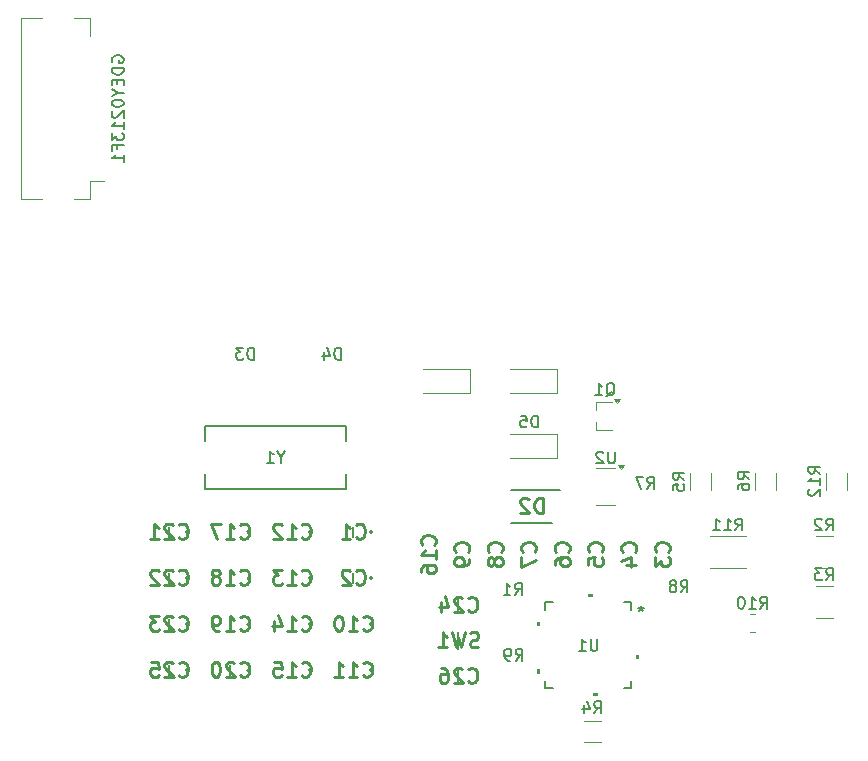
<source format=gbr>
%TF.GenerationSoftware,KiCad,Pcbnew,8.0.6-8.0.6-0~ubuntu22.04.1*%
%TF.CreationDate,2024-12-08T13:20:39-05:00*%
%TF.ProjectId,badge,62616467-652e-46b6-9963-61645f706362,rev?*%
%TF.SameCoordinates,Original*%
%TF.FileFunction,Legend,Bot*%
%TF.FilePolarity,Positive*%
%FSLAX46Y46*%
G04 Gerber Fmt 4.6, Leading zero omitted, Abs format (unit mm)*
G04 Created by KiCad (PCBNEW 8.0.6-8.0.6-0~ubuntu22.04.1) date 2024-12-08 13:20:39*
%MOMM*%
%LPD*%
G01*
G04 APERTURE LIST*
%ADD10C,0.150000*%
%ADD11C,0.254000*%
%ADD12C,0.120000*%
%ADD13C,0.200000*%
%ADD14C,0.152400*%
%ADD15C,0.000000*%
G04 APERTURE END LIST*
D10*
X167666666Y-139954819D02*
X167999999Y-139478628D01*
X168238094Y-139954819D02*
X168238094Y-138954819D01*
X168238094Y-138954819D02*
X167857142Y-138954819D01*
X167857142Y-138954819D02*
X167761904Y-139002438D01*
X167761904Y-139002438D02*
X167714285Y-139050057D01*
X167714285Y-139050057D02*
X167666666Y-139145295D01*
X167666666Y-139145295D02*
X167666666Y-139288152D01*
X167666666Y-139288152D02*
X167714285Y-139383390D01*
X167714285Y-139383390D02*
X167761904Y-139431009D01*
X167761904Y-139431009D02*
X167857142Y-139478628D01*
X167857142Y-139478628D02*
X168238094Y-139478628D01*
X166809523Y-139288152D02*
X166809523Y-139954819D01*
X167047618Y-138907200D02*
X167285713Y-139621485D01*
X167285713Y-139621485D02*
X166666666Y-139621485D01*
D11*
X142886428Y-136763365D02*
X142946904Y-136823842D01*
X142946904Y-136823842D02*
X143128333Y-136884318D01*
X143128333Y-136884318D02*
X143249285Y-136884318D01*
X143249285Y-136884318D02*
X143430714Y-136823842D01*
X143430714Y-136823842D02*
X143551666Y-136702889D01*
X143551666Y-136702889D02*
X143612143Y-136581937D01*
X143612143Y-136581937D02*
X143672619Y-136340032D01*
X143672619Y-136340032D02*
X143672619Y-136158603D01*
X143672619Y-136158603D02*
X143612143Y-135916699D01*
X143612143Y-135916699D02*
X143551666Y-135795746D01*
X143551666Y-135795746D02*
X143430714Y-135674794D01*
X143430714Y-135674794D02*
X143249285Y-135614318D01*
X143249285Y-135614318D02*
X143128333Y-135614318D01*
X143128333Y-135614318D02*
X142946904Y-135674794D01*
X142946904Y-135674794D02*
X142886428Y-135735270D01*
X141676904Y-136884318D02*
X142402619Y-136884318D01*
X142039762Y-136884318D02*
X142039762Y-135614318D01*
X142039762Y-135614318D02*
X142160714Y-135795746D01*
X142160714Y-135795746D02*
X142281666Y-135916699D01*
X142281666Y-135916699D02*
X142402619Y-135977175D01*
X140527857Y-135614318D02*
X141132619Y-135614318D01*
X141132619Y-135614318D02*
X141193095Y-136219080D01*
X141193095Y-136219080D02*
X141132619Y-136158603D01*
X141132619Y-136158603D02*
X141011666Y-136098127D01*
X141011666Y-136098127D02*
X140709285Y-136098127D01*
X140709285Y-136098127D02*
X140588333Y-136158603D01*
X140588333Y-136158603D02*
X140527857Y-136219080D01*
X140527857Y-136219080D02*
X140467380Y-136340032D01*
X140467380Y-136340032D02*
X140467380Y-136642413D01*
X140467380Y-136642413D02*
X140527857Y-136763365D01*
X140527857Y-136763365D02*
X140588333Y-136823842D01*
X140588333Y-136823842D02*
X140709285Y-136884318D01*
X140709285Y-136884318D02*
X141011666Y-136884318D01*
X141011666Y-136884318D02*
X141132619Y-136823842D01*
X141132619Y-136823842D02*
X141193095Y-136763365D01*
X168283365Y-126288333D02*
X168343842Y-126227857D01*
X168343842Y-126227857D02*
X168404318Y-126046428D01*
X168404318Y-126046428D02*
X168404318Y-125925476D01*
X168404318Y-125925476D02*
X168343842Y-125744047D01*
X168343842Y-125744047D02*
X168222889Y-125623095D01*
X168222889Y-125623095D02*
X168101937Y-125562618D01*
X168101937Y-125562618D02*
X167860032Y-125502142D01*
X167860032Y-125502142D02*
X167678603Y-125502142D01*
X167678603Y-125502142D02*
X167436699Y-125562618D01*
X167436699Y-125562618D02*
X167315746Y-125623095D01*
X167315746Y-125623095D02*
X167194794Y-125744047D01*
X167194794Y-125744047D02*
X167134318Y-125925476D01*
X167134318Y-125925476D02*
X167134318Y-126046428D01*
X167134318Y-126046428D02*
X167194794Y-126227857D01*
X167194794Y-126227857D02*
X167255270Y-126288333D01*
X167134318Y-127437380D02*
X167134318Y-126832618D01*
X167134318Y-126832618D02*
X167739080Y-126772142D01*
X167739080Y-126772142D02*
X167678603Y-126832618D01*
X167678603Y-126832618D02*
X167618127Y-126953571D01*
X167618127Y-126953571D02*
X167618127Y-127255952D01*
X167618127Y-127255952D02*
X167678603Y-127376904D01*
X167678603Y-127376904D02*
X167739080Y-127437380D01*
X167739080Y-127437380D02*
X167860032Y-127497857D01*
X167860032Y-127497857D02*
X168162413Y-127497857D01*
X168162413Y-127497857D02*
X168283365Y-127437380D01*
X168283365Y-127437380D02*
X168343842Y-127376904D01*
X168343842Y-127376904D02*
X168404318Y-127255952D01*
X168404318Y-127255952D02*
X168404318Y-126953571D01*
X168404318Y-126953571D02*
X168343842Y-126832618D01*
X168343842Y-126832618D02*
X168283365Y-126772142D01*
X148086428Y-136763365D02*
X148146904Y-136823842D01*
X148146904Y-136823842D02*
X148328333Y-136884318D01*
X148328333Y-136884318D02*
X148449285Y-136884318D01*
X148449285Y-136884318D02*
X148630714Y-136823842D01*
X148630714Y-136823842D02*
X148751666Y-136702889D01*
X148751666Y-136702889D02*
X148812143Y-136581937D01*
X148812143Y-136581937D02*
X148872619Y-136340032D01*
X148872619Y-136340032D02*
X148872619Y-136158603D01*
X148872619Y-136158603D02*
X148812143Y-135916699D01*
X148812143Y-135916699D02*
X148751666Y-135795746D01*
X148751666Y-135795746D02*
X148630714Y-135674794D01*
X148630714Y-135674794D02*
X148449285Y-135614318D01*
X148449285Y-135614318D02*
X148328333Y-135614318D01*
X148328333Y-135614318D02*
X148146904Y-135674794D01*
X148146904Y-135674794D02*
X148086428Y-135735270D01*
X146876904Y-136884318D02*
X147602619Y-136884318D01*
X147239762Y-136884318D02*
X147239762Y-135614318D01*
X147239762Y-135614318D02*
X147360714Y-135795746D01*
X147360714Y-135795746D02*
X147481666Y-135916699D01*
X147481666Y-135916699D02*
X147602619Y-135977175D01*
X145667380Y-136884318D02*
X146393095Y-136884318D01*
X146030238Y-136884318D02*
X146030238Y-135614318D01*
X146030238Y-135614318D02*
X146151190Y-135795746D01*
X146151190Y-135795746D02*
X146272142Y-135916699D01*
X146272142Y-135916699D02*
X146393095Y-135977175D01*
D10*
X126868838Y-84835028D02*
X126821219Y-84739790D01*
X126821219Y-84739790D02*
X126821219Y-84596933D01*
X126821219Y-84596933D02*
X126868838Y-84454076D01*
X126868838Y-84454076D02*
X126964076Y-84358838D01*
X126964076Y-84358838D02*
X127059314Y-84311219D01*
X127059314Y-84311219D02*
X127249790Y-84263600D01*
X127249790Y-84263600D02*
X127392647Y-84263600D01*
X127392647Y-84263600D02*
X127583123Y-84311219D01*
X127583123Y-84311219D02*
X127678361Y-84358838D01*
X127678361Y-84358838D02*
X127773600Y-84454076D01*
X127773600Y-84454076D02*
X127821219Y-84596933D01*
X127821219Y-84596933D02*
X127821219Y-84692171D01*
X127821219Y-84692171D02*
X127773600Y-84835028D01*
X127773600Y-84835028D02*
X127725980Y-84882647D01*
X127725980Y-84882647D02*
X127392647Y-84882647D01*
X127392647Y-84882647D02*
X127392647Y-84692171D01*
X127821219Y-85311219D02*
X126821219Y-85311219D01*
X126821219Y-85311219D02*
X126821219Y-85549314D01*
X126821219Y-85549314D02*
X126868838Y-85692171D01*
X126868838Y-85692171D02*
X126964076Y-85787409D01*
X126964076Y-85787409D02*
X127059314Y-85835028D01*
X127059314Y-85835028D02*
X127249790Y-85882647D01*
X127249790Y-85882647D02*
X127392647Y-85882647D01*
X127392647Y-85882647D02*
X127583123Y-85835028D01*
X127583123Y-85835028D02*
X127678361Y-85787409D01*
X127678361Y-85787409D02*
X127773600Y-85692171D01*
X127773600Y-85692171D02*
X127821219Y-85549314D01*
X127821219Y-85549314D02*
X127821219Y-85311219D01*
X127297409Y-86311219D02*
X127297409Y-86644552D01*
X127821219Y-86787409D02*
X127821219Y-86311219D01*
X127821219Y-86311219D02*
X126821219Y-86311219D01*
X126821219Y-86311219D02*
X126821219Y-86787409D01*
X127345028Y-87406457D02*
X127821219Y-87406457D01*
X126821219Y-87073124D02*
X127345028Y-87406457D01*
X127345028Y-87406457D02*
X126821219Y-87739790D01*
X126821219Y-88263600D02*
X126821219Y-88358838D01*
X126821219Y-88358838D02*
X126868838Y-88454076D01*
X126868838Y-88454076D02*
X126916457Y-88501695D01*
X126916457Y-88501695D02*
X127011695Y-88549314D01*
X127011695Y-88549314D02*
X127202171Y-88596933D01*
X127202171Y-88596933D02*
X127440266Y-88596933D01*
X127440266Y-88596933D02*
X127630742Y-88549314D01*
X127630742Y-88549314D02*
X127725980Y-88501695D01*
X127725980Y-88501695D02*
X127773600Y-88454076D01*
X127773600Y-88454076D02*
X127821219Y-88358838D01*
X127821219Y-88358838D02*
X127821219Y-88263600D01*
X127821219Y-88263600D02*
X127773600Y-88168362D01*
X127773600Y-88168362D02*
X127725980Y-88120743D01*
X127725980Y-88120743D02*
X127630742Y-88073124D01*
X127630742Y-88073124D02*
X127440266Y-88025505D01*
X127440266Y-88025505D02*
X127202171Y-88025505D01*
X127202171Y-88025505D02*
X127011695Y-88073124D01*
X127011695Y-88073124D02*
X126916457Y-88120743D01*
X126916457Y-88120743D02*
X126868838Y-88168362D01*
X126868838Y-88168362D02*
X126821219Y-88263600D01*
X126916457Y-88977886D02*
X126868838Y-89025505D01*
X126868838Y-89025505D02*
X126821219Y-89120743D01*
X126821219Y-89120743D02*
X126821219Y-89358838D01*
X126821219Y-89358838D02*
X126868838Y-89454076D01*
X126868838Y-89454076D02*
X126916457Y-89501695D01*
X126916457Y-89501695D02*
X127011695Y-89549314D01*
X127011695Y-89549314D02*
X127106933Y-89549314D01*
X127106933Y-89549314D02*
X127249790Y-89501695D01*
X127249790Y-89501695D02*
X127821219Y-88930267D01*
X127821219Y-88930267D02*
X127821219Y-89549314D01*
X127821219Y-90501695D02*
X127821219Y-89930267D01*
X127821219Y-90215981D02*
X126821219Y-90215981D01*
X126821219Y-90215981D02*
X126964076Y-90120743D01*
X126964076Y-90120743D02*
X127059314Y-90025505D01*
X127059314Y-90025505D02*
X127106933Y-89930267D01*
X126821219Y-90835029D02*
X126821219Y-91454076D01*
X126821219Y-91454076D02*
X127202171Y-91120743D01*
X127202171Y-91120743D02*
X127202171Y-91263600D01*
X127202171Y-91263600D02*
X127249790Y-91358838D01*
X127249790Y-91358838D02*
X127297409Y-91406457D01*
X127297409Y-91406457D02*
X127392647Y-91454076D01*
X127392647Y-91454076D02*
X127630742Y-91454076D01*
X127630742Y-91454076D02*
X127725980Y-91406457D01*
X127725980Y-91406457D02*
X127773600Y-91358838D01*
X127773600Y-91358838D02*
X127821219Y-91263600D01*
X127821219Y-91263600D02*
X127821219Y-90977886D01*
X127821219Y-90977886D02*
X127773600Y-90882648D01*
X127773600Y-90882648D02*
X127725980Y-90835029D01*
X127297409Y-92215981D02*
X127297409Y-91882648D01*
X127821219Y-91882648D02*
X126821219Y-91882648D01*
X126821219Y-91882648D02*
X126821219Y-92358838D01*
X127821219Y-93263600D02*
X127821219Y-92692172D01*
X127821219Y-92977886D02*
X126821219Y-92977886D01*
X126821219Y-92977886D02*
X126964076Y-92882648D01*
X126964076Y-92882648D02*
X127059314Y-92787410D01*
X127059314Y-92787410D02*
X127106933Y-92692172D01*
X161011666Y-135504819D02*
X161344999Y-135028628D01*
X161583094Y-135504819D02*
X161583094Y-134504819D01*
X161583094Y-134504819D02*
X161202142Y-134504819D01*
X161202142Y-134504819D02*
X161106904Y-134552438D01*
X161106904Y-134552438D02*
X161059285Y-134600057D01*
X161059285Y-134600057D02*
X161011666Y-134695295D01*
X161011666Y-134695295D02*
X161011666Y-134838152D01*
X161011666Y-134838152D02*
X161059285Y-134933390D01*
X161059285Y-134933390D02*
X161106904Y-134981009D01*
X161106904Y-134981009D02*
X161202142Y-135028628D01*
X161202142Y-135028628D02*
X161583094Y-135028628D01*
X160535475Y-135504819D02*
X160344999Y-135504819D01*
X160344999Y-135504819D02*
X160249761Y-135457200D01*
X160249761Y-135457200D02*
X160202142Y-135409580D01*
X160202142Y-135409580D02*
X160106904Y-135266723D01*
X160106904Y-135266723D02*
X160059285Y-135076247D01*
X160059285Y-135076247D02*
X160059285Y-134695295D01*
X160059285Y-134695295D02*
X160106904Y-134600057D01*
X160106904Y-134600057D02*
X160154523Y-134552438D01*
X160154523Y-134552438D02*
X160249761Y-134504819D01*
X160249761Y-134504819D02*
X160440237Y-134504819D01*
X160440237Y-134504819D02*
X160535475Y-134552438D01*
X160535475Y-134552438D02*
X160583094Y-134600057D01*
X160583094Y-134600057D02*
X160630713Y-134695295D01*
X160630713Y-134695295D02*
X160630713Y-134933390D01*
X160630713Y-134933390D02*
X160583094Y-135028628D01*
X160583094Y-135028628D02*
X160535475Y-135076247D01*
X160535475Y-135076247D02*
X160440237Y-135123866D01*
X160440237Y-135123866D02*
X160249761Y-135123866D01*
X160249761Y-135123866D02*
X160154523Y-135076247D01*
X160154523Y-135076247D02*
X160106904Y-135028628D01*
X160106904Y-135028628D02*
X160059285Y-134933390D01*
D11*
X137686428Y-125063365D02*
X137746904Y-125123842D01*
X137746904Y-125123842D02*
X137928333Y-125184318D01*
X137928333Y-125184318D02*
X138049285Y-125184318D01*
X138049285Y-125184318D02*
X138230714Y-125123842D01*
X138230714Y-125123842D02*
X138351666Y-125002889D01*
X138351666Y-125002889D02*
X138412143Y-124881937D01*
X138412143Y-124881937D02*
X138472619Y-124640032D01*
X138472619Y-124640032D02*
X138472619Y-124458603D01*
X138472619Y-124458603D02*
X138412143Y-124216699D01*
X138412143Y-124216699D02*
X138351666Y-124095746D01*
X138351666Y-124095746D02*
X138230714Y-123974794D01*
X138230714Y-123974794D02*
X138049285Y-123914318D01*
X138049285Y-123914318D02*
X137928333Y-123914318D01*
X137928333Y-123914318D02*
X137746904Y-123974794D01*
X137746904Y-123974794D02*
X137686428Y-124035270D01*
X136476904Y-125184318D02*
X137202619Y-125184318D01*
X136839762Y-125184318D02*
X136839762Y-123914318D01*
X136839762Y-123914318D02*
X136960714Y-124095746D01*
X136960714Y-124095746D02*
X137081666Y-124216699D01*
X137081666Y-124216699D02*
X137202619Y-124277175D01*
X136053571Y-123914318D02*
X135206904Y-123914318D01*
X135206904Y-123914318D02*
X135751190Y-125184318D01*
X159793365Y-126288333D02*
X159853842Y-126227857D01*
X159853842Y-126227857D02*
X159914318Y-126046428D01*
X159914318Y-126046428D02*
X159914318Y-125925476D01*
X159914318Y-125925476D02*
X159853842Y-125744047D01*
X159853842Y-125744047D02*
X159732889Y-125623095D01*
X159732889Y-125623095D02*
X159611937Y-125562618D01*
X159611937Y-125562618D02*
X159370032Y-125502142D01*
X159370032Y-125502142D02*
X159188603Y-125502142D01*
X159188603Y-125502142D02*
X158946699Y-125562618D01*
X158946699Y-125562618D02*
X158825746Y-125623095D01*
X158825746Y-125623095D02*
X158704794Y-125744047D01*
X158704794Y-125744047D02*
X158644318Y-125925476D01*
X158644318Y-125925476D02*
X158644318Y-126046428D01*
X158644318Y-126046428D02*
X158704794Y-126227857D01*
X158704794Y-126227857D02*
X158765270Y-126288333D01*
X159188603Y-127014047D02*
X159128127Y-126893095D01*
X159128127Y-126893095D02*
X159067651Y-126832618D01*
X159067651Y-126832618D02*
X158946699Y-126772142D01*
X158946699Y-126772142D02*
X158886222Y-126772142D01*
X158886222Y-126772142D02*
X158765270Y-126832618D01*
X158765270Y-126832618D02*
X158704794Y-126893095D01*
X158704794Y-126893095D02*
X158644318Y-127014047D01*
X158644318Y-127014047D02*
X158644318Y-127255952D01*
X158644318Y-127255952D02*
X158704794Y-127376904D01*
X158704794Y-127376904D02*
X158765270Y-127437380D01*
X158765270Y-127437380D02*
X158886222Y-127497857D01*
X158886222Y-127497857D02*
X158946699Y-127497857D01*
X158946699Y-127497857D02*
X159067651Y-127437380D01*
X159067651Y-127437380D02*
X159128127Y-127376904D01*
X159128127Y-127376904D02*
X159188603Y-127255952D01*
X159188603Y-127255952D02*
X159188603Y-127014047D01*
X159188603Y-127014047D02*
X159249080Y-126893095D01*
X159249080Y-126893095D02*
X159309556Y-126832618D01*
X159309556Y-126832618D02*
X159430508Y-126772142D01*
X159430508Y-126772142D02*
X159672413Y-126772142D01*
X159672413Y-126772142D02*
X159793365Y-126832618D01*
X159793365Y-126832618D02*
X159853842Y-126893095D01*
X159853842Y-126893095D02*
X159914318Y-127014047D01*
X159914318Y-127014047D02*
X159914318Y-127255952D01*
X159914318Y-127255952D02*
X159853842Y-127376904D01*
X159853842Y-127376904D02*
X159793365Y-127437380D01*
X159793365Y-127437380D02*
X159672413Y-127497857D01*
X159672413Y-127497857D02*
X159430508Y-127497857D01*
X159430508Y-127497857D02*
X159309556Y-127437380D01*
X159309556Y-127437380D02*
X159249080Y-127376904D01*
X159249080Y-127376904D02*
X159188603Y-127255952D01*
X148086428Y-132863365D02*
X148146904Y-132923842D01*
X148146904Y-132923842D02*
X148328333Y-132984318D01*
X148328333Y-132984318D02*
X148449285Y-132984318D01*
X148449285Y-132984318D02*
X148630714Y-132923842D01*
X148630714Y-132923842D02*
X148751666Y-132802889D01*
X148751666Y-132802889D02*
X148812143Y-132681937D01*
X148812143Y-132681937D02*
X148872619Y-132440032D01*
X148872619Y-132440032D02*
X148872619Y-132258603D01*
X148872619Y-132258603D02*
X148812143Y-132016699D01*
X148812143Y-132016699D02*
X148751666Y-131895746D01*
X148751666Y-131895746D02*
X148630714Y-131774794D01*
X148630714Y-131774794D02*
X148449285Y-131714318D01*
X148449285Y-131714318D02*
X148328333Y-131714318D01*
X148328333Y-131714318D02*
X148146904Y-131774794D01*
X148146904Y-131774794D02*
X148086428Y-131835270D01*
X146876904Y-132984318D02*
X147602619Y-132984318D01*
X147239762Y-132984318D02*
X147239762Y-131714318D01*
X147239762Y-131714318D02*
X147360714Y-131895746D01*
X147360714Y-131895746D02*
X147481666Y-132016699D01*
X147481666Y-132016699D02*
X147602619Y-132077175D01*
X146090714Y-131714318D02*
X145969761Y-131714318D01*
X145969761Y-131714318D02*
X145848809Y-131774794D01*
X145848809Y-131774794D02*
X145788333Y-131835270D01*
X145788333Y-131835270D02*
X145727857Y-131956222D01*
X145727857Y-131956222D02*
X145667380Y-132198127D01*
X145667380Y-132198127D02*
X145667380Y-132500508D01*
X145667380Y-132500508D02*
X145727857Y-132742413D01*
X145727857Y-132742413D02*
X145788333Y-132863365D01*
X145788333Y-132863365D02*
X145848809Y-132923842D01*
X145848809Y-132923842D02*
X145969761Y-132984318D01*
X145969761Y-132984318D02*
X146090714Y-132984318D01*
X146090714Y-132984318D02*
X146211666Y-132923842D01*
X146211666Y-132923842D02*
X146272142Y-132863365D01*
X146272142Y-132863365D02*
X146332619Y-132742413D01*
X146332619Y-132742413D02*
X146393095Y-132500508D01*
X146393095Y-132500508D02*
X146393095Y-132198127D01*
X146393095Y-132198127D02*
X146332619Y-131956222D01*
X146332619Y-131956222D02*
X146272142Y-131835270D01*
X146272142Y-131835270D02*
X146211666Y-131774794D01*
X146211666Y-131774794D02*
X146090714Y-131714318D01*
X157863333Y-134323842D02*
X157681904Y-134384318D01*
X157681904Y-134384318D02*
X157379523Y-134384318D01*
X157379523Y-134384318D02*
X157258571Y-134323842D01*
X157258571Y-134323842D02*
X157198095Y-134263365D01*
X157198095Y-134263365D02*
X157137618Y-134142413D01*
X157137618Y-134142413D02*
X157137618Y-134021461D01*
X157137618Y-134021461D02*
X157198095Y-133900508D01*
X157198095Y-133900508D02*
X157258571Y-133840032D01*
X157258571Y-133840032D02*
X157379523Y-133779556D01*
X157379523Y-133779556D02*
X157621428Y-133719080D01*
X157621428Y-133719080D02*
X157742380Y-133658603D01*
X157742380Y-133658603D02*
X157802857Y-133598127D01*
X157802857Y-133598127D02*
X157863333Y-133477175D01*
X157863333Y-133477175D02*
X157863333Y-133356222D01*
X157863333Y-133356222D02*
X157802857Y-133235270D01*
X157802857Y-133235270D02*
X157742380Y-133174794D01*
X157742380Y-133174794D02*
X157621428Y-133114318D01*
X157621428Y-133114318D02*
X157319047Y-133114318D01*
X157319047Y-133114318D02*
X157137618Y-133174794D01*
X156714285Y-133114318D02*
X156411904Y-134384318D01*
X156411904Y-134384318D02*
X156169999Y-133477175D01*
X156169999Y-133477175D02*
X155928094Y-134384318D01*
X155928094Y-134384318D02*
X155625714Y-133114318D01*
X154476665Y-134384318D02*
X155202380Y-134384318D01*
X154839523Y-134384318D02*
X154839523Y-133114318D01*
X154839523Y-133114318D02*
X154960475Y-133295746D01*
X154960475Y-133295746D02*
X155081427Y-133416699D01*
X155081427Y-133416699D02*
X155202380Y-133477175D01*
X147481666Y-125063365D02*
X147542142Y-125123842D01*
X147542142Y-125123842D02*
X147723571Y-125184318D01*
X147723571Y-125184318D02*
X147844523Y-125184318D01*
X147844523Y-125184318D02*
X148025952Y-125123842D01*
X148025952Y-125123842D02*
X148146904Y-125002889D01*
X148146904Y-125002889D02*
X148207381Y-124881937D01*
X148207381Y-124881937D02*
X148267857Y-124640032D01*
X148267857Y-124640032D02*
X148267857Y-124458603D01*
X148267857Y-124458603D02*
X148207381Y-124216699D01*
X148207381Y-124216699D02*
X148146904Y-124095746D01*
X148146904Y-124095746D02*
X148025952Y-123974794D01*
X148025952Y-123974794D02*
X147844523Y-123914318D01*
X147844523Y-123914318D02*
X147723571Y-123914318D01*
X147723571Y-123914318D02*
X147542142Y-123974794D01*
X147542142Y-123974794D02*
X147481666Y-124035270D01*
X146272142Y-125184318D02*
X146997857Y-125184318D01*
X146635000Y-125184318D02*
X146635000Y-123914318D01*
X146635000Y-123914318D02*
X146755952Y-124095746D01*
X146755952Y-124095746D02*
X146876904Y-124216699D01*
X146876904Y-124216699D02*
X146997857Y-124277175D01*
X156963365Y-126288333D02*
X157023842Y-126227857D01*
X157023842Y-126227857D02*
X157084318Y-126046428D01*
X157084318Y-126046428D02*
X157084318Y-125925476D01*
X157084318Y-125925476D02*
X157023842Y-125744047D01*
X157023842Y-125744047D02*
X156902889Y-125623095D01*
X156902889Y-125623095D02*
X156781937Y-125562618D01*
X156781937Y-125562618D02*
X156540032Y-125502142D01*
X156540032Y-125502142D02*
X156358603Y-125502142D01*
X156358603Y-125502142D02*
X156116699Y-125562618D01*
X156116699Y-125562618D02*
X155995746Y-125623095D01*
X155995746Y-125623095D02*
X155874794Y-125744047D01*
X155874794Y-125744047D02*
X155814318Y-125925476D01*
X155814318Y-125925476D02*
X155814318Y-126046428D01*
X155814318Y-126046428D02*
X155874794Y-126227857D01*
X155874794Y-126227857D02*
X155935270Y-126288333D01*
X157084318Y-126893095D02*
X157084318Y-127134999D01*
X157084318Y-127134999D02*
X157023842Y-127255952D01*
X157023842Y-127255952D02*
X156963365Y-127316428D01*
X156963365Y-127316428D02*
X156781937Y-127437380D01*
X156781937Y-127437380D02*
X156540032Y-127497857D01*
X156540032Y-127497857D02*
X156056222Y-127497857D01*
X156056222Y-127497857D02*
X155935270Y-127437380D01*
X155935270Y-127437380D02*
X155874794Y-127376904D01*
X155874794Y-127376904D02*
X155814318Y-127255952D01*
X155814318Y-127255952D02*
X155814318Y-127014047D01*
X155814318Y-127014047D02*
X155874794Y-126893095D01*
X155874794Y-126893095D02*
X155935270Y-126832618D01*
X155935270Y-126832618D02*
X156056222Y-126772142D01*
X156056222Y-126772142D02*
X156358603Y-126772142D01*
X156358603Y-126772142D02*
X156479556Y-126832618D01*
X156479556Y-126832618D02*
X156540032Y-126893095D01*
X156540032Y-126893095D02*
X156600508Y-127014047D01*
X156600508Y-127014047D02*
X156600508Y-127255952D01*
X156600508Y-127255952D02*
X156540032Y-127376904D01*
X156540032Y-127376904D02*
X156479556Y-127437380D01*
X156479556Y-127437380D02*
X156358603Y-127497857D01*
X132486428Y-132863365D02*
X132546904Y-132923842D01*
X132546904Y-132923842D02*
X132728333Y-132984318D01*
X132728333Y-132984318D02*
X132849285Y-132984318D01*
X132849285Y-132984318D02*
X133030714Y-132923842D01*
X133030714Y-132923842D02*
X133151666Y-132802889D01*
X133151666Y-132802889D02*
X133212143Y-132681937D01*
X133212143Y-132681937D02*
X133272619Y-132440032D01*
X133272619Y-132440032D02*
X133272619Y-132258603D01*
X133272619Y-132258603D02*
X133212143Y-132016699D01*
X133212143Y-132016699D02*
X133151666Y-131895746D01*
X133151666Y-131895746D02*
X133030714Y-131774794D01*
X133030714Y-131774794D02*
X132849285Y-131714318D01*
X132849285Y-131714318D02*
X132728333Y-131714318D01*
X132728333Y-131714318D02*
X132546904Y-131774794D01*
X132546904Y-131774794D02*
X132486428Y-131835270D01*
X132002619Y-131835270D02*
X131942143Y-131774794D01*
X131942143Y-131774794D02*
X131821190Y-131714318D01*
X131821190Y-131714318D02*
X131518809Y-131714318D01*
X131518809Y-131714318D02*
X131397857Y-131774794D01*
X131397857Y-131774794D02*
X131337381Y-131835270D01*
X131337381Y-131835270D02*
X131276904Y-131956222D01*
X131276904Y-131956222D02*
X131276904Y-132077175D01*
X131276904Y-132077175D02*
X131337381Y-132258603D01*
X131337381Y-132258603D02*
X132063095Y-132984318D01*
X132063095Y-132984318D02*
X131276904Y-132984318D01*
X130853571Y-131714318D02*
X130067380Y-131714318D01*
X130067380Y-131714318D02*
X130490714Y-132198127D01*
X130490714Y-132198127D02*
X130309285Y-132198127D01*
X130309285Y-132198127D02*
X130188333Y-132258603D01*
X130188333Y-132258603D02*
X130127857Y-132319080D01*
X130127857Y-132319080D02*
X130067380Y-132440032D01*
X130067380Y-132440032D02*
X130067380Y-132742413D01*
X130067380Y-132742413D02*
X130127857Y-132863365D01*
X130127857Y-132863365D02*
X130188333Y-132923842D01*
X130188333Y-132923842D02*
X130309285Y-132984318D01*
X130309285Y-132984318D02*
X130672142Y-132984318D01*
X130672142Y-132984318D02*
X130793095Y-132923842D01*
X130793095Y-132923842D02*
X130853571Y-132863365D01*
X154133365Y-125683571D02*
X154193842Y-125623095D01*
X154193842Y-125623095D02*
X154254318Y-125441666D01*
X154254318Y-125441666D02*
X154254318Y-125320714D01*
X154254318Y-125320714D02*
X154193842Y-125139285D01*
X154193842Y-125139285D02*
X154072889Y-125018333D01*
X154072889Y-125018333D02*
X153951937Y-124957856D01*
X153951937Y-124957856D02*
X153710032Y-124897380D01*
X153710032Y-124897380D02*
X153528603Y-124897380D01*
X153528603Y-124897380D02*
X153286699Y-124957856D01*
X153286699Y-124957856D02*
X153165746Y-125018333D01*
X153165746Y-125018333D02*
X153044794Y-125139285D01*
X153044794Y-125139285D02*
X152984318Y-125320714D01*
X152984318Y-125320714D02*
X152984318Y-125441666D01*
X152984318Y-125441666D02*
X153044794Y-125623095D01*
X153044794Y-125623095D02*
X153105270Y-125683571D01*
X154254318Y-126893095D02*
X154254318Y-126167380D01*
X154254318Y-126530237D02*
X152984318Y-126530237D01*
X152984318Y-126530237D02*
X153165746Y-126409285D01*
X153165746Y-126409285D02*
X153286699Y-126288333D01*
X153286699Y-126288333D02*
X153347175Y-126167380D01*
X152984318Y-127981666D02*
X152984318Y-127739761D01*
X152984318Y-127739761D02*
X153044794Y-127618809D01*
X153044794Y-127618809D02*
X153105270Y-127558333D01*
X153105270Y-127558333D02*
X153286699Y-127437380D01*
X153286699Y-127437380D02*
X153528603Y-127376904D01*
X153528603Y-127376904D02*
X154012413Y-127376904D01*
X154012413Y-127376904D02*
X154133365Y-127437380D01*
X154133365Y-127437380D02*
X154193842Y-127497857D01*
X154193842Y-127497857D02*
X154254318Y-127618809D01*
X154254318Y-127618809D02*
X154254318Y-127860714D01*
X154254318Y-127860714D02*
X154193842Y-127981666D01*
X154193842Y-127981666D02*
X154133365Y-128042142D01*
X154133365Y-128042142D02*
X154012413Y-128102619D01*
X154012413Y-128102619D02*
X153710032Y-128102619D01*
X153710032Y-128102619D02*
X153589080Y-128042142D01*
X153589080Y-128042142D02*
X153528603Y-127981666D01*
X153528603Y-127981666D02*
X153468127Y-127860714D01*
X153468127Y-127860714D02*
X153468127Y-127618809D01*
X153468127Y-127618809D02*
X153528603Y-127497857D01*
X153528603Y-127497857D02*
X153589080Y-127437380D01*
X153589080Y-127437380D02*
X153710032Y-127376904D01*
D10*
X168665238Y-113110057D02*
X168760476Y-113062438D01*
X168760476Y-113062438D02*
X168855714Y-112967200D01*
X168855714Y-112967200D02*
X168998571Y-112824342D01*
X168998571Y-112824342D02*
X169093809Y-112776723D01*
X169093809Y-112776723D02*
X169189047Y-112776723D01*
X169141428Y-113014819D02*
X169236666Y-112967200D01*
X169236666Y-112967200D02*
X169331904Y-112871961D01*
X169331904Y-112871961D02*
X169379523Y-112681485D01*
X169379523Y-112681485D02*
X169379523Y-112348152D01*
X169379523Y-112348152D02*
X169331904Y-112157676D01*
X169331904Y-112157676D02*
X169236666Y-112062438D01*
X169236666Y-112062438D02*
X169141428Y-112014819D01*
X169141428Y-112014819D02*
X168950952Y-112014819D01*
X168950952Y-112014819D02*
X168855714Y-112062438D01*
X168855714Y-112062438D02*
X168760476Y-112157676D01*
X168760476Y-112157676D02*
X168712857Y-112348152D01*
X168712857Y-112348152D02*
X168712857Y-112681485D01*
X168712857Y-112681485D02*
X168760476Y-112871961D01*
X168760476Y-112871961D02*
X168855714Y-112967200D01*
X168855714Y-112967200D02*
X168950952Y-113014819D01*
X168950952Y-113014819D02*
X169141428Y-113014819D01*
X167760476Y-113014819D02*
X168331904Y-113014819D01*
X168046190Y-113014819D02*
X168046190Y-112014819D01*
X168046190Y-112014819D02*
X168141428Y-112157676D01*
X168141428Y-112157676D02*
X168236666Y-112252914D01*
X168236666Y-112252914D02*
X168331904Y-112300533D01*
X187299166Y-128694819D02*
X187632499Y-128218628D01*
X187870594Y-128694819D02*
X187870594Y-127694819D01*
X187870594Y-127694819D02*
X187489642Y-127694819D01*
X187489642Y-127694819D02*
X187394404Y-127742438D01*
X187394404Y-127742438D02*
X187346785Y-127790057D01*
X187346785Y-127790057D02*
X187299166Y-127885295D01*
X187299166Y-127885295D02*
X187299166Y-128028152D01*
X187299166Y-128028152D02*
X187346785Y-128123390D01*
X187346785Y-128123390D02*
X187394404Y-128171009D01*
X187394404Y-128171009D02*
X187489642Y-128218628D01*
X187489642Y-128218628D02*
X187870594Y-128218628D01*
X186965832Y-127694819D02*
X186346785Y-127694819D01*
X186346785Y-127694819D02*
X186680118Y-128075771D01*
X186680118Y-128075771D02*
X186537261Y-128075771D01*
X186537261Y-128075771D02*
X186442023Y-128123390D01*
X186442023Y-128123390D02*
X186394404Y-128171009D01*
X186394404Y-128171009D02*
X186346785Y-128266247D01*
X186346785Y-128266247D02*
X186346785Y-128504342D01*
X186346785Y-128504342D02*
X186394404Y-128599580D01*
X186394404Y-128599580D02*
X186442023Y-128647200D01*
X186442023Y-128647200D02*
X186537261Y-128694819D01*
X186537261Y-128694819D02*
X186822975Y-128694819D01*
X186822975Y-128694819D02*
X186918213Y-128647200D01*
X186918213Y-128647200D02*
X186965832Y-128599580D01*
D11*
X173943365Y-126288333D02*
X174003842Y-126227857D01*
X174003842Y-126227857D02*
X174064318Y-126046428D01*
X174064318Y-126046428D02*
X174064318Y-125925476D01*
X174064318Y-125925476D02*
X174003842Y-125744047D01*
X174003842Y-125744047D02*
X173882889Y-125623095D01*
X173882889Y-125623095D02*
X173761937Y-125562618D01*
X173761937Y-125562618D02*
X173520032Y-125502142D01*
X173520032Y-125502142D02*
X173338603Y-125502142D01*
X173338603Y-125502142D02*
X173096699Y-125562618D01*
X173096699Y-125562618D02*
X172975746Y-125623095D01*
X172975746Y-125623095D02*
X172854794Y-125744047D01*
X172854794Y-125744047D02*
X172794318Y-125925476D01*
X172794318Y-125925476D02*
X172794318Y-126046428D01*
X172794318Y-126046428D02*
X172854794Y-126227857D01*
X172854794Y-126227857D02*
X172915270Y-126288333D01*
X172794318Y-126711666D02*
X172794318Y-127497857D01*
X172794318Y-127497857D02*
X173278127Y-127074523D01*
X173278127Y-127074523D02*
X173278127Y-127255952D01*
X173278127Y-127255952D02*
X173338603Y-127376904D01*
X173338603Y-127376904D02*
X173399080Y-127437380D01*
X173399080Y-127437380D02*
X173520032Y-127497857D01*
X173520032Y-127497857D02*
X173822413Y-127497857D01*
X173822413Y-127497857D02*
X173943365Y-127437380D01*
X173943365Y-127437380D02*
X174003842Y-127376904D01*
X174003842Y-127376904D02*
X174064318Y-127255952D01*
X174064318Y-127255952D02*
X174064318Y-126893095D01*
X174064318Y-126893095D02*
X174003842Y-126772142D01*
X174003842Y-126772142D02*
X173943365Y-126711666D01*
X162623365Y-126288333D02*
X162683842Y-126227857D01*
X162683842Y-126227857D02*
X162744318Y-126046428D01*
X162744318Y-126046428D02*
X162744318Y-125925476D01*
X162744318Y-125925476D02*
X162683842Y-125744047D01*
X162683842Y-125744047D02*
X162562889Y-125623095D01*
X162562889Y-125623095D02*
X162441937Y-125562618D01*
X162441937Y-125562618D02*
X162200032Y-125502142D01*
X162200032Y-125502142D02*
X162018603Y-125502142D01*
X162018603Y-125502142D02*
X161776699Y-125562618D01*
X161776699Y-125562618D02*
X161655746Y-125623095D01*
X161655746Y-125623095D02*
X161534794Y-125744047D01*
X161534794Y-125744047D02*
X161474318Y-125925476D01*
X161474318Y-125925476D02*
X161474318Y-126046428D01*
X161474318Y-126046428D02*
X161534794Y-126227857D01*
X161534794Y-126227857D02*
X161595270Y-126288333D01*
X161474318Y-126711666D02*
X161474318Y-127558333D01*
X161474318Y-127558333D02*
X162744318Y-127014047D01*
D10*
X138858094Y-110014819D02*
X138858094Y-109014819D01*
X138858094Y-109014819D02*
X138619999Y-109014819D01*
X138619999Y-109014819D02*
X138477142Y-109062438D01*
X138477142Y-109062438D02*
X138381904Y-109157676D01*
X138381904Y-109157676D02*
X138334285Y-109252914D01*
X138334285Y-109252914D02*
X138286666Y-109443390D01*
X138286666Y-109443390D02*
X138286666Y-109586247D01*
X138286666Y-109586247D02*
X138334285Y-109776723D01*
X138334285Y-109776723D02*
X138381904Y-109871961D01*
X138381904Y-109871961D02*
X138477142Y-109967200D01*
X138477142Y-109967200D02*
X138619999Y-110014819D01*
X138619999Y-110014819D02*
X138858094Y-110014819D01*
X137953332Y-109014819D02*
X137334285Y-109014819D01*
X137334285Y-109014819D02*
X137667618Y-109395771D01*
X137667618Y-109395771D02*
X137524761Y-109395771D01*
X137524761Y-109395771D02*
X137429523Y-109443390D01*
X137429523Y-109443390D02*
X137381904Y-109491009D01*
X137381904Y-109491009D02*
X137334285Y-109586247D01*
X137334285Y-109586247D02*
X137334285Y-109824342D01*
X137334285Y-109824342D02*
X137381904Y-109919580D01*
X137381904Y-109919580D02*
X137429523Y-109967200D01*
X137429523Y-109967200D02*
X137524761Y-110014819D01*
X137524761Y-110014819D02*
X137810475Y-110014819D01*
X137810475Y-110014819D02*
X137905713Y-109967200D01*
X137905713Y-109967200D02*
X137953332Y-109919580D01*
X141146190Y-118288628D02*
X141146190Y-118764819D01*
X141479523Y-117764819D02*
X141146190Y-118288628D01*
X141146190Y-118288628D02*
X140812857Y-117764819D01*
X139955714Y-118764819D02*
X140527142Y-118764819D01*
X140241428Y-118764819D02*
X140241428Y-117764819D01*
X140241428Y-117764819D02*
X140336666Y-117907676D01*
X140336666Y-117907676D02*
X140431904Y-118002914D01*
X140431904Y-118002914D02*
X140527142Y-118050533D01*
D11*
X142886428Y-125063365D02*
X142946904Y-125123842D01*
X142946904Y-125123842D02*
X143128333Y-125184318D01*
X143128333Y-125184318D02*
X143249285Y-125184318D01*
X143249285Y-125184318D02*
X143430714Y-125123842D01*
X143430714Y-125123842D02*
X143551666Y-125002889D01*
X143551666Y-125002889D02*
X143612143Y-124881937D01*
X143612143Y-124881937D02*
X143672619Y-124640032D01*
X143672619Y-124640032D02*
X143672619Y-124458603D01*
X143672619Y-124458603D02*
X143612143Y-124216699D01*
X143612143Y-124216699D02*
X143551666Y-124095746D01*
X143551666Y-124095746D02*
X143430714Y-123974794D01*
X143430714Y-123974794D02*
X143249285Y-123914318D01*
X143249285Y-123914318D02*
X143128333Y-123914318D01*
X143128333Y-123914318D02*
X142946904Y-123974794D01*
X142946904Y-123974794D02*
X142886428Y-124035270D01*
X141676904Y-125184318D02*
X142402619Y-125184318D01*
X142039762Y-125184318D02*
X142039762Y-123914318D01*
X142039762Y-123914318D02*
X142160714Y-124095746D01*
X142160714Y-124095746D02*
X142281666Y-124216699D01*
X142281666Y-124216699D02*
X142402619Y-124277175D01*
X141193095Y-124035270D02*
X141132619Y-123974794D01*
X141132619Y-123974794D02*
X141011666Y-123914318D01*
X141011666Y-123914318D02*
X140709285Y-123914318D01*
X140709285Y-123914318D02*
X140588333Y-123974794D01*
X140588333Y-123974794D02*
X140527857Y-124035270D01*
X140527857Y-124035270D02*
X140467380Y-124156222D01*
X140467380Y-124156222D02*
X140467380Y-124277175D01*
X140467380Y-124277175D02*
X140527857Y-124458603D01*
X140527857Y-124458603D02*
X141253571Y-125184318D01*
X141253571Y-125184318D02*
X140467380Y-125184318D01*
X132486428Y-125063365D02*
X132546904Y-125123842D01*
X132546904Y-125123842D02*
X132728333Y-125184318D01*
X132728333Y-125184318D02*
X132849285Y-125184318D01*
X132849285Y-125184318D02*
X133030714Y-125123842D01*
X133030714Y-125123842D02*
X133151666Y-125002889D01*
X133151666Y-125002889D02*
X133212143Y-124881937D01*
X133212143Y-124881937D02*
X133272619Y-124640032D01*
X133272619Y-124640032D02*
X133272619Y-124458603D01*
X133272619Y-124458603D02*
X133212143Y-124216699D01*
X133212143Y-124216699D02*
X133151666Y-124095746D01*
X133151666Y-124095746D02*
X133030714Y-123974794D01*
X133030714Y-123974794D02*
X132849285Y-123914318D01*
X132849285Y-123914318D02*
X132728333Y-123914318D01*
X132728333Y-123914318D02*
X132546904Y-123974794D01*
X132546904Y-123974794D02*
X132486428Y-124035270D01*
X132002619Y-124035270D02*
X131942143Y-123974794D01*
X131942143Y-123974794D02*
X131821190Y-123914318D01*
X131821190Y-123914318D02*
X131518809Y-123914318D01*
X131518809Y-123914318D02*
X131397857Y-123974794D01*
X131397857Y-123974794D02*
X131337381Y-124035270D01*
X131337381Y-124035270D02*
X131276904Y-124156222D01*
X131276904Y-124156222D02*
X131276904Y-124277175D01*
X131276904Y-124277175D02*
X131337381Y-124458603D01*
X131337381Y-124458603D02*
X132063095Y-125184318D01*
X132063095Y-125184318D02*
X131276904Y-125184318D01*
X130067380Y-125184318D02*
X130793095Y-125184318D01*
X130430238Y-125184318D02*
X130430238Y-123914318D01*
X130430238Y-123914318D02*
X130551190Y-124095746D01*
X130551190Y-124095746D02*
X130672142Y-124216699D01*
X130672142Y-124216699D02*
X130793095Y-124277175D01*
X142886428Y-132863365D02*
X142946904Y-132923842D01*
X142946904Y-132923842D02*
X143128333Y-132984318D01*
X143128333Y-132984318D02*
X143249285Y-132984318D01*
X143249285Y-132984318D02*
X143430714Y-132923842D01*
X143430714Y-132923842D02*
X143551666Y-132802889D01*
X143551666Y-132802889D02*
X143612143Y-132681937D01*
X143612143Y-132681937D02*
X143672619Y-132440032D01*
X143672619Y-132440032D02*
X143672619Y-132258603D01*
X143672619Y-132258603D02*
X143612143Y-132016699D01*
X143612143Y-132016699D02*
X143551666Y-131895746D01*
X143551666Y-131895746D02*
X143430714Y-131774794D01*
X143430714Y-131774794D02*
X143249285Y-131714318D01*
X143249285Y-131714318D02*
X143128333Y-131714318D01*
X143128333Y-131714318D02*
X142946904Y-131774794D01*
X142946904Y-131774794D02*
X142886428Y-131835270D01*
X141676904Y-132984318D02*
X142402619Y-132984318D01*
X142039762Y-132984318D02*
X142039762Y-131714318D01*
X142039762Y-131714318D02*
X142160714Y-131895746D01*
X142160714Y-131895746D02*
X142281666Y-132016699D01*
X142281666Y-132016699D02*
X142402619Y-132077175D01*
X140588333Y-132137651D02*
X140588333Y-132984318D01*
X140890714Y-131653842D02*
X141193095Y-132560984D01*
X141193095Y-132560984D02*
X140406904Y-132560984D01*
D10*
X175304819Y-120180833D02*
X174828628Y-119847500D01*
X175304819Y-119609405D02*
X174304819Y-119609405D01*
X174304819Y-119609405D02*
X174304819Y-119990357D01*
X174304819Y-119990357D02*
X174352438Y-120085595D01*
X174352438Y-120085595D02*
X174400057Y-120133214D01*
X174400057Y-120133214D02*
X174495295Y-120180833D01*
X174495295Y-120180833D02*
X174638152Y-120180833D01*
X174638152Y-120180833D02*
X174733390Y-120133214D01*
X174733390Y-120133214D02*
X174781009Y-120085595D01*
X174781009Y-120085595D02*
X174828628Y-119990357D01*
X174828628Y-119990357D02*
X174828628Y-119609405D01*
X174304819Y-121085595D02*
X174304819Y-120609405D01*
X174304819Y-120609405D02*
X174781009Y-120561786D01*
X174781009Y-120561786D02*
X174733390Y-120609405D01*
X174733390Y-120609405D02*
X174685771Y-120704643D01*
X174685771Y-120704643D02*
X174685771Y-120942738D01*
X174685771Y-120942738D02*
X174733390Y-121037976D01*
X174733390Y-121037976D02*
X174781009Y-121085595D01*
X174781009Y-121085595D02*
X174876247Y-121133214D01*
X174876247Y-121133214D02*
X175114342Y-121133214D01*
X175114342Y-121133214D02*
X175209580Y-121085595D01*
X175209580Y-121085595D02*
X175257200Y-121037976D01*
X175257200Y-121037976D02*
X175304819Y-120942738D01*
X175304819Y-120942738D02*
X175304819Y-120704643D01*
X175304819Y-120704643D02*
X175257200Y-120609405D01*
X175257200Y-120609405D02*
X175209580Y-120561786D01*
X160941666Y-129954819D02*
X161274999Y-129478628D01*
X161513094Y-129954819D02*
X161513094Y-128954819D01*
X161513094Y-128954819D02*
X161132142Y-128954819D01*
X161132142Y-128954819D02*
X161036904Y-129002438D01*
X161036904Y-129002438D02*
X160989285Y-129050057D01*
X160989285Y-129050057D02*
X160941666Y-129145295D01*
X160941666Y-129145295D02*
X160941666Y-129288152D01*
X160941666Y-129288152D02*
X160989285Y-129383390D01*
X160989285Y-129383390D02*
X161036904Y-129431009D01*
X161036904Y-129431009D02*
X161132142Y-129478628D01*
X161132142Y-129478628D02*
X161513094Y-129478628D01*
X159989285Y-129954819D02*
X160560713Y-129954819D01*
X160274999Y-129954819D02*
X160274999Y-128954819D01*
X160274999Y-128954819D02*
X160370237Y-129097676D01*
X160370237Y-129097676D02*
X160465475Y-129192914D01*
X160465475Y-129192914D02*
X160560713Y-129240533D01*
D11*
X132486428Y-136763365D02*
X132546904Y-136823842D01*
X132546904Y-136823842D02*
X132728333Y-136884318D01*
X132728333Y-136884318D02*
X132849285Y-136884318D01*
X132849285Y-136884318D02*
X133030714Y-136823842D01*
X133030714Y-136823842D02*
X133151666Y-136702889D01*
X133151666Y-136702889D02*
X133212143Y-136581937D01*
X133212143Y-136581937D02*
X133272619Y-136340032D01*
X133272619Y-136340032D02*
X133272619Y-136158603D01*
X133272619Y-136158603D02*
X133212143Y-135916699D01*
X133212143Y-135916699D02*
X133151666Y-135795746D01*
X133151666Y-135795746D02*
X133030714Y-135674794D01*
X133030714Y-135674794D02*
X132849285Y-135614318D01*
X132849285Y-135614318D02*
X132728333Y-135614318D01*
X132728333Y-135614318D02*
X132546904Y-135674794D01*
X132546904Y-135674794D02*
X132486428Y-135735270D01*
X132002619Y-135735270D02*
X131942143Y-135674794D01*
X131942143Y-135674794D02*
X131821190Y-135614318D01*
X131821190Y-135614318D02*
X131518809Y-135614318D01*
X131518809Y-135614318D02*
X131397857Y-135674794D01*
X131397857Y-135674794D02*
X131337381Y-135735270D01*
X131337381Y-135735270D02*
X131276904Y-135856222D01*
X131276904Y-135856222D02*
X131276904Y-135977175D01*
X131276904Y-135977175D02*
X131337381Y-136158603D01*
X131337381Y-136158603D02*
X132063095Y-136884318D01*
X132063095Y-136884318D02*
X131276904Y-136884318D01*
X130127857Y-135614318D02*
X130732619Y-135614318D01*
X130732619Y-135614318D02*
X130793095Y-136219080D01*
X130793095Y-136219080D02*
X130732619Y-136158603D01*
X130732619Y-136158603D02*
X130611666Y-136098127D01*
X130611666Y-136098127D02*
X130309285Y-136098127D01*
X130309285Y-136098127D02*
X130188333Y-136158603D01*
X130188333Y-136158603D02*
X130127857Y-136219080D01*
X130127857Y-136219080D02*
X130067380Y-136340032D01*
X130067380Y-136340032D02*
X130067380Y-136642413D01*
X130067380Y-136642413D02*
X130127857Y-136763365D01*
X130127857Y-136763365D02*
X130188333Y-136823842D01*
X130188333Y-136823842D02*
X130309285Y-136884318D01*
X130309285Y-136884318D02*
X130611666Y-136884318D01*
X130611666Y-136884318D02*
X130732619Y-136823842D01*
X130732619Y-136823842D02*
X130793095Y-136763365D01*
D10*
X172166666Y-120954819D02*
X172499999Y-120478628D01*
X172738094Y-120954819D02*
X172738094Y-119954819D01*
X172738094Y-119954819D02*
X172357142Y-119954819D01*
X172357142Y-119954819D02*
X172261904Y-120002438D01*
X172261904Y-120002438D02*
X172214285Y-120050057D01*
X172214285Y-120050057D02*
X172166666Y-120145295D01*
X172166666Y-120145295D02*
X172166666Y-120288152D01*
X172166666Y-120288152D02*
X172214285Y-120383390D01*
X172214285Y-120383390D02*
X172261904Y-120431009D01*
X172261904Y-120431009D02*
X172357142Y-120478628D01*
X172357142Y-120478628D02*
X172738094Y-120478628D01*
X171833332Y-119954819D02*
X171166666Y-119954819D01*
X171166666Y-119954819D02*
X171595237Y-120954819D01*
X162908094Y-115764819D02*
X162908094Y-114764819D01*
X162908094Y-114764819D02*
X162669999Y-114764819D01*
X162669999Y-114764819D02*
X162527142Y-114812438D01*
X162527142Y-114812438D02*
X162431904Y-114907676D01*
X162431904Y-114907676D02*
X162384285Y-115002914D01*
X162384285Y-115002914D02*
X162336666Y-115193390D01*
X162336666Y-115193390D02*
X162336666Y-115336247D01*
X162336666Y-115336247D02*
X162384285Y-115526723D01*
X162384285Y-115526723D02*
X162431904Y-115621961D01*
X162431904Y-115621961D02*
X162527142Y-115717200D01*
X162527142Y-115717200D02*
X162669999Y-115764819D01*
X162669999Y-115764819D02*
X162908094Y-115764819D01*
X161431904Y-114764819D02*
X161908094Y-114764819D01*
X161908094Y-114764819D02*
X161955713Y-115241009D01*
X161955713Y-115241009D02*
X161908094Y-115193390D01*
X161908094Y-115193390D02*
X161812856Y-115145771D01*
X161812856Y-115145771D02*
X161574761Y-115145771D01*
X161574761Y-115145771D02*
X161479523Y-115193390D01*
X161479523Y-115193390D02*
X161431904Y-115241009D01*
X161431904Y-115241009D02*
X161384285Y-115336247D01*
X161384285Y-115336247D02*
X161384285Y-115574342D01*
X161384285Y-115574342D02*
X161431904Y-115669580D01*
X161431904Y-115669580D02*
X161479523Y-115717200D01*
X161479523Y-115717200D02*
X161574761Y-115764819D01*
X161574761Y-115764819D02*
X161812856Y-115764819D01*
X161812856Y-115764819D02*
X161908094Y-115717200D01*
X161908094Y-115717200D02*
X161955713Y-115669580D01*
D11*
X156986428Y-131263365D02*
X157046904Y-131323842D01*
X157046904Y-131323842D02*
X157228333Y-131384318D01*
X157228333Y-131384318D02*
X157349285Y-131384318D01*
X157349285Y-131384318D02*
X157530714Y-131323842D01*
X157530714Y-131323842D02*
X157651666Y-131202889D01*
X157651666Y-131202889D02*
X157712143Y-131081937D01*
X157712143Y-131081937D02*
X157772619Y-130840032D01*
X157772619Y-130840032D02*
X157772619Y-130658603D01*
X157772619Y-130658603D02*
X157712143Y-130416699D01*
X157712143Y-130416699D02*
X157651666Y-130295746D01*
X157651666Y-130295746D02*
X157530714Y-130174794D01*
X157530714Y-130174794D02*
X157349285Y-130114318D01*
X157349285Y-130114318D02*
X157228333Y-130114318D01*
X157228333Y-130114318D02*
X157046904Y-130174794D01*
X157046904Y-130174794D02*
X156986428Y-130235270D01*
X156502619Y-130235270D02*
X156442143Y-130174794D01*
X156442143Y-130174794D02*
X156321190Y-130114318D01*
X156321190Y-130114318D02*
X156018809Y-130114318D01*
X156018809Y-130114318D02*
X155897857Y-130174794D01*
X155897857Y-130174794D02*
X155837381Y-130235270D01*
X155837381Y-130235270D02*
X155776904Y-130356222D01*
X155776904Y-130356222D02*
X155776904Y-130477175D01*
X155776904Y-130477175D02*
X155837381Y-130658603D01*
X155837381Y-130658603D02*
X156563095Y-131384318D01*
X156563095Y-131384318D02*
X155776904Y-131384318D01*
X154688333Y-130537651D02*
X154688333Y-131384318D01*
X154990714Y-130053842D02*
X155293095Y-130960984D01*
X155293095Y-130960984D02*
X154506904Y-130960984D01*
D10*
X179625357Y-124484819D02*
X179958690Y-124008628D01*
X180196785Y-124484819D02*
X180196785Y-123484819D01*
X180196785Y-123484819D02*
X179815833Y-123484819D01*
X179815833Y-123484819D02*
X179720595Y-123532438D01*
X179720595Y-123532438D02*
X179672976Y-123580057D01*
X179672976Y-123580057D02*
X179625357Y-123675295D01*
X179625357Y-123675295D02*
X179625357Y-123818152D01*
X179625357Y-123818152D02*
X179672976Y-123913390D01*
X179672976Y-123913390D02*
X179720595Y-123961009D01*
X179720595Y-123961009D02*
X179815833Y-124008628D01*
X179815833Y-124008628D02*
X180196785Y-124008628D01*
X178672976Y-124484819D02*
X179244404Y-124484819D01*
X178958690Y-124484819D02*
X178958690Y-123484819D01*
X178958690Y-123484819D02*
X179053928Y-123627676D01*
X179053928Y-123627676D02*
X179149166Y-123722914D01*
X179149166Y-123722914D02*
X179244404Y-123770533D01*
X177720595Y-124484819D02*
X178292023Y-124484819D01*
X178006309Y-124484819D02*
X178006309Y-123484819D01*
X178006309Y-123484819D02*
X178101547Y-123627676D01*
X178101547Y-123627676D02*
X178196785Y-123722914D01*
X178196785Y-123722914D02*
X178292023Y-123770533D01*
X181725357Y-131114819D02*
X182058690Y-130638628D01*
X182296785Y-131114819D02*
X182296785Y-130114819D01*
X182296785Y-130114819D02*
X181915833Y-130114819D01*
X181915833Y-130114819D02*
X181820595Y-130162438D01*
X181820595Y-130162438D02*
X181772976Y-130210057D01*
X181772976Y-130210057D02*
X181725357Y-130305295D01*
X181725357Y-130305295D02*
X181725357Y-130448152D01*
X181725357Y-130448152D02*
X181772976Y-130543390D01*
X181772976Y-130543390D02*
X181820595Y-130591009D01*
X181820595Y-130591009D02*
X181915833Y-130638628D01*
X181915833Y-130638628D02*
X182296785Y-130638628D01*
X180772976Y-131114819D02*
X181344404Y-131114819D01*
X181058690Y-131114819D02*
X181058690Y-130114819D01*
X181058690Y-130114819D02*
X181153928Y-130257676D01*
X181153928Y-130257676D02*
X181249166Y-130352914D01*
X181249166Y-130352914D02*
X181344404Y-130400533D01*
X180153928Y-130114819D02*
X180058690Y-130114819D01*
X180058690Y-130114819D02*
X179963452Y-130162438D01*
X179963452Y-130162438D02*
X179915833Y-130210057D01*
X179915833Y-130210057D02*
X179868214Y-130305295D01*
X179868214Y-130305295D02*
X179820595Y-130495771D01*
X179820595Y-130495771D02*
X179820595Y-130733866D01*
X179820595Y-130733866D02*
X179868214Y-130924342D01*
X179868214Y-130924342D02*
X179915833Y-131019580D01*
X179915833Y-131019580D02*
X179963452Y-131067200D01*
X179963452Y-131067200D02*
X180058690Y-131114819D01*
X180058690Y-131114819D02*
X180153928Y-131114819D01*
X180153928Y-131114819D02*
X180249166Y-131067200D01*
X180249166Y-131067200D02*
X180296785Y-131019580D01*
X180296785Y-131019580D02*
X180344404Y-130924342D01*
X180344404Y-130924342D02*
X180392023Y-130733866D01*
X180392023Y-130733866D02*
X180392023Y-130495771D01*
X180392023Y-130495771D02*
X180344404Y-130305295D01*
X180344404Y-130305295D02*
X180296785Y-130210057D01*
X180296785Y-130210057D02*
X180249166Y-130162438D01*
X180249166Y-130162438D02*
X180153928Y-130114819D01*
D11*
X137686428Y-128963365D02*
X137746904Y-129023842D01*
X137746904Y-129023842D02*
X137928333Y-129084318D01*
X137928333Y-129084318D02*
X138049285Y-129084318D01*
X138049285Y-129084318D02*
X138230714Y-129023842D01*
X138230714Y-129023842D02*
X138351666Y-128902889D01*
X138351666Y-128902889D02*
X138412143Y-128781937D01*
X138412143Y-128781937D02*
X138472619Y-128540032D01*
X138472619Y-128540032D02*
X138472619Y-128358603D01*
X138472619Y-128358603D02*
X138412143Y-128116699D01*
X138412143Y-128116699D02*
X138351666Y-127995746D01*
X138351666Y-127995746D02*
X138230714Y-127874794D01*
X138230714Y-127874794D02*
X138049285Y-127814318D01*
X138049285Y-127814318D02*
X137928333Y-127814318D01*
X137928333Y-127814318D02*
X137746904Y-127874794D01*
X137746904Y-127874794D02*
X137686428Y-127935270D01*
X136476904Y-129084318D02*
X137202619Y-129084318D01*
X136839762Y-129084318D02*
X136839762Y-127814318D01*
X136839762Y-127814318D02*
X136960714Y-127995746D01*
X136960714Y-127995746D02*
X137081666Y-128116699D01*
X137081666Y-128116699D02*
X137202619Y-128177175D01*
X135751190Y-128358603D02*
X135872142Y-128298127D01*
X135872142Y-128298127D02*
X135932619Y-128237651D01*
X135932619Y-128237651D02*
X135993095Y-128116699D01*
X135993095Y-128116699D02*
X135993095Y-128056222D01*
X135993095Y-128056222D02*
X135932619Y-127935270D01*
X135932619Y-127935270D02*
X135872142Y-127874794D01*
X135872142Y-127874794D02*
X135751190Y-127814318D01*
X135751190Y-127814318D02*
X135509285Y-127814318D01*
X135509285Y-127814318D02*
X135388333Y-127874794D01*
X135388333Y-127874794D02*
X135327857Y-127935270D01*
X135327857Y-127935270D02*
X135267380Y-128056222D01*
X135267380Y-128056222D02*
X135267380Y-128116699D01*
X135267380Y-128116699D02*
X135327857Y-128237651D01*
X135327857Y-128237651D02*
X135388333Y-128298127D01*
X135388333Y-128298127D02*
X135509285Y-128358603D01*
X135509285Y-128358603D02*
X135751190Y-128358603D01*
X135751190Y-128358603D02*
X135872142Y-128419080D01*
X135872142Y-128419080D02*
X135932619Y-128479556D01*
X135932619Y-128479556D02*
X135993095Y-128600508D01*
X135993095Y-128600508D02*
X135993095Y-128842413D01*
X135993095Y-128842413D02*
X135932619Y-128963365D01*
X135932619Y-128963365D02*
X135872142Y-129023842D01*
X135872142Y-129023842D02*
X135751190Y-129084318D01*
X135751190Y-129084318D02*
X135509285Y-129084318D01*
X135509285Y-129084318D02*
X135388333Y-129023842D01*
X135388333Y-129023842D02*
X135327857Y-128963365D01*
X135327857Y-128963365D02*
X135267380Y-128842413D01*
X135267380Y-128842413D02*
X135267380Y-128600508D01*
X135267380Y-128600508D02*
X135327857Y-128479556D01*
X135327857Y-128479556D02*
X135388333Y-128419080D01*
X135388333Y-128419080D02*
X135509285Y-128358603D01*
X147481666Y-128963365D02*
X147542142Y-129023842D01*
X147542142Y-129023842D02*
X147723571Y-129084318D01*
X147723571Y-129084318D02*
X147844523Y-129084318D01*
X147844523Y-129084318D02*
X148025952Y-129023842D01*
X148025952Y-129023842D02*
X148146904Y-128902889D01*
X148146904Y-128902889D02*
X148207381Y-128781937D01*
X148207381Y-128781937D02*
X148267857Y-128540032D01*
X148267857Y-128540032D02*
X148267857Y-128358603D01*
X148267857Y-128358603D02*
X148207381Y-128116699D01*
X148207381Y-128116699D02*
X148146904Y-127995746D01*
X148146904Y-127995746D02*
X148025952Y-127874794D01*
X148025952Y-127874794D02*
X147844523Y-127814318D01*
X147844523Y-127814318D02*
X147723571Y-127814318D01*
X147723571Y-127814318D02*
X147542142Y-127874794D01*
X147542142Y-127874794D02*
X147481666Y-127935270D01*
X146997857Y-127935270D02*
X146937381Y-127874794D01*
X146937381Y-127874794D02*
X146816428Y-127814318D01*
X146816428Y-127814318D02*
X146514047Y-127814318D01*
X146514047Y-127814318D02*
X146393095Y-127874794D01*
X146393095Y-127874794D02*
X146332619Y-127935270D01*
X146332619Y-127935270D02*
X146272142Y-128056222D01*
X146272142Y-128056222D02*
X146272142Y-128177175D01*
X146272142Y-128177175D02*
X146332619Y-128358603D01*
X146332619Y-128358603D02*
X147058333Y-129084318D01*
X147058333Y-129084318D02*
X146272142Y-129084318D01*
D10*
X180804819Y-120143333D02*
X180328628Y-119810000D01*
X180804819Y-119571905D02*
X179804819Y-119571905D01*
X179804819Y-119571905D02*
X179804819Y-119952857D01*
X179804819Y-119952857D02*
X179852438Y-120048095D01*
X179852438Y-120048095D02*
X179900057Y-120095714D01*
X179900057Y-120095714D02*
X179995295Y-120143333D01*
X179995295Y-120143333D02*
X180138152Y-120143333D01*
X180138152Y-120143333D02*
X180233390Y-120095714D01*
X180233390Y-120095714D02*
X180281009Y-120048095D01*
X180281009Y-120048095D02*
X180328628Y-119952857D01*
X180328628Y-119952857D02*
X180328628Y-119571905D01*
X179804819Y-121000476D02*
X179804819Y-120810000D01*
X179804819Y-120810000D02*
X179852438Y-120714762D01*
X179852438Y-120714762D02*
X179900057Y-120667143D01*
X179900057Y-120667143D02*
X180042914Y-120571905D01*
X180042914Y-120571905D02*
X180233390Y-120524286D01*
X180233390Y-120524286D02*
X180614342Y-120524286D01*
X180614342Y-120524286D02*
X180709580Y-120571905D01*
X180709580Y-120571905D02*
X180757200Y-120619524D01*
X180757200Y-120619524D02*
X180804819Y-120714762D01*
X180804819Y-120714762D02*
X180804819Y-120905238D01*
X180804819Y-120905238D02*
X180757200Y-121000476D01*
X180757200Y-121000476D02*
X180709580Y-121048095D01*
X180709580Y-121048095D02*
X180614342Y-121095714D01*
X180614342Y-121095714D02*
X180376247Y-121095714D01*
X180376247Y-121095714D02*
X180281009Y-121048095D01*
X180281009Y-121048095D02*
X180233390Y-121000476D01*
X180233390Y-121000476D02*
X180185771Y-120905238D01*
X180185771Y-120905238D02*
X180185771Y-120714762D01*
X180185771Y-120714762D02*
X180233390Y-120619524D01*
X180233390Y-120619524D02*
X180281009Y-120571905D01*
X180281009Y-120571905D02*
X180376247Y-120524286D01*
D11*
X163312381Y-123009318D02*
X163312381Y-121739318D01*
X163312381Y-121739318D02*
X163010000Y-121739318D01*
X163010000Y-121739318D02*
X162828571Y-121799794D01*
X162828571Y-121799794D02*
X162707619Y-121920746D01*
X162707619Y-121920746D02*
X162647142Y-122041699D01*
X162647142Y-122041699D02*
X162586666Y-122283603D01*
X162586666Y-122283603D02*
X162586666Y-122465032D01*
X162586666Y-122465032D02*
X162647142Y-122706937D01*
X162647142Y-122706937D02*
X162707619Y-122827889D01*
X162707619Y-122827889D02*
X162828571Y-122948842D01*
X162828571Y-122948842D02*
X163010000Y-123009318D01*
X163010000Y-123009318D02*
X163312381Y-123009318D01*
X162102857Y-121860270D02*
X162042381Y-121799794D01*
X162042381Y-121799794D02*
X161921428Y-121739318D01*
X161921428Y-121739318D02*
X161619047Y-121739318D01*
X161619047Y-121739318D02*
X161498095Y-121799794D01*
X161498095Y-121799794D02*
X161437619Y-121860270D01*
X161437619Y-121860270D02*
X161377142Y-121981222D01*
X161377142Y-121981222D02*
X161377142Y-122102175D01*
X161377142Y-122102175D02*
X161437619Y-122283603D01*
X161437619Y-122283603D02*
X162163333Y-123009318D01*
X162163333Y-123009318D02*
X161377142Y-123009318D01*
D10*
X167931904Y-133668419D02*
X167931904Y-134477942D01*
X167931904Y-134477942D02*
X167884285Y-134573180D01*
X167884285Y-134573180D02*
X167836666Y-134620800D01*
X167836666Y-134620800D02*
X167741428Y-134668419D01*
X167741428Y-134668419D02*
X167550952Y-134668419D01*
X167550952Y-134668419D02*
X167455714Y-134620800D01*
X167455714Y-134620800D02*
X167408095Y-134573180D01*
X167408095Y-134573180D02*
X167360476Y-134477942D01*
X167360476Y-134477942D02*
X167360476Y-133668419D01*
X166360476Y-134668419D02*
X166931904Y-134668419D01*
X166646190Y-134668419D02*
X166646190Y-133668419D01*
X166646190Y-133668419D02*
X166741428Y-133811276D01*
X166741428Y-133811276D02*
X166836666Y-133906514D01*
X166836666Y-133906514D02*
X166931904Y-133954133D01*
X171614999Y-130868419D02*
X171614999Y-131106514D01*
X171853094Y-131011276D02*
X171614999Y-131106514D01*
X171614999Y-131106514D02*
X171376904Y-131011276D01*
X171757856Y-131296990D02*
X171614999Y-131106514D01*
X171614999Y-131106514D02*
X171472142Y-131296990D01*
X171614999Y-130868419D02*
X171614999Y-131106514D01*
X171853094Y-131011276D02*
X171614999Y-131106514D01*
X171614999Y-131106514D02*
X171376904Y-131011276D01*
X171757856Y-131296990D02*
X171614999Y-131106514D01*
X171614999Y-131106514D02*
X171472142Y-131296990D01*
D11*
X142886428Y-128963365D02*
X142946904Y-129023842D01*
X142946904Y-129023842D02*
X143128333Y-129084318D01*
X143128333Y-129084318D02*
X143249285Y-129084318D01*
X143249285Y-129084318D02*
X143430714Y-129023842D01*
X143430714Y-129023842D02*
X143551666Y-128902889D01*
X143551666Y-128902889D02*
X143612143Y-128781937D01*
X143612143Y-128781937D02*
X143672619Y-128540032D01*
X143672619Y-128540032D02*
X143672619Y-128358603D01*
X143672619Y-128358603D02*
X143612143Y-128116699D01*
X143612143Y-128116699D02*
X143551666Y-127995746D01*
X143551666Y-127995746D02*
X143430714Y-127874794D01*
X143430714Y-127874794D02*
X143249285Y-127814318D01*
X143249285Y-127814318D02*
X143128333Y-127814318D01*
X143128333Y-127814318D02*
X142946904Y-127874794D01*
X142946904Y-127874794D02*
X142886428Y-127935270D01*
X141676904Y-129084318D02*
X142402619Y-129084318D01*
X142039762Y-129084318D02*
X142039762Y-127814318D01*
X142039762Y-127814318D02*
X142160714Y-127995746D01*
X142160714Y-127995746D02*
X142281666Y-128116699D01*
X142281666Y-128116699D02*
X142402619Y-128177175D01*
X141253571Y-127814318D02*
X140467380Y-127814318D01*
X140467380Y-127814318D02*
X140890714Y-128298127D01*
X140890714Y-128298127D02*
X140709285Y-128298127D01*
X140709285Y-128298127D02*
X140588333Y-128358603D01*
X140588333Y-128358603D02*
X140527857Y-128419080D01*
X140527857Y-128419080D02*
X140467380Y-128540032D01*
X140467380Y-128540032D02*
X140467380Y-128842413D01*
X140467380Y-128842413D02*
X140527857Y-128963365D01*
X140527857Y-128963365D02*
X140588333Y-129023842D01*
X140588333Y-129023842D02*
X140709285Y-129084318D01*
X140709285Y-129084318D02*
X141072142Y-129084318D01*
X141072142Y-129084318D02*
X141193095Y-129023842D01*
X141193095Y-129023842D02*
X141253571Y-128963365D01*
X165453365Y-126288333D02*
X165513842Y-126227857D01*
X165513842Y-126227857D02*
X165574318Y-126046428D01*
X165574318Y-126046428D02*
X165574318Y-125925476D01*
X165574318Y-125925476D02*
X165513842Y-125744047D01*
X165513842Y-125744047D02*
X165392889Y-125623095D01*
X165392889Y-125623095D02*
X165271937Y-125562618D01*
X165271937Y-125562618D02*
X165030032Y-125502142D01*
X165030032Y-125502142D02*
X164848603Y-125502142D01*
X164848603Y-125502142D02*
X164606699Y-125562618D01*
X164606699Y-125562618D02*
X164485746Y-125623095D01*
X164485746Y-125623095D02*
X164364794Y-125744047D01*
X164364794Y-125744047D02*
X164304318Y-125925476D01*
X164304318Y-125925476D02*
X164304318Y-126046428D01*
X164304318Y-126046428D02*
X164364794Y-126227857D01*
X164364794Y-126227857D02*
X164425270Y-126288333D01*
X164304318Y-127376904D02*
X164304318Y-127134999D01*
X164304318Y-127134999D02*
X164364794Y-127014047D01*
X164364794Y-127014047D02*
X164425270Y-126953571D01*
X164425270Y-126953571D02*
X164606699Y-126832618D01*
X164606699Y-126832618D02*
X164848603Y-126772142D01*
X164848603Y-126772142D02*
X165332413Y-126772142D01*
X165332413Y-126772142D02*
X165453365Y-126832618D01*
X165453365Y-126832618D02*
X165513842Y-126893095D01*
X165513842Y-126893095D02*
X165574318Y-127014047D01*
X165574318Y-127014047D02*
X165574318Y-127255952D01*
X165574318Y-127255952D02*
X165513842Y-127376904D01*
X165513842Y-127376904D02*
X165453365Y-127437380D01*
X165453365Y-127437380D02*
X165332413Y-127497857D01*
X165332413Y-127497857D02*
X165030032Y-127497857D01*
X165030032Y-127497857D02*
X164909080Y-127437380D01*
X164909080Y-127437380D02*
X164848603Y-127376904D01*
X164848603Y-127376904D02*
X164788127Y-127255952D01*
X164788127Y-127255952D02*
X164788127Y-127014047D01*
X164788127Y-127014047D02*
X164848603Y-126893095D01*
X164848603Y-126893095D02*
X164909080Y-126832618D01*
X164909080Y-126832618D02*
X165030032Y-126772142D01*
X156986428Y-137263365D02*
X157046904Y-137323842D01*
X157046904Y-137323842D02*
X157228333Y-137384318D01*
X157228333Y-137384318D02*
X157349285Y-137384318D01*
X157349285Y-137384318D02*
X157530714Y-137323842D01*
X157530714Y-137323842D02*
X157651666Y-137202889D01*
X157651666Y-137202889D02*
X157712143Y-137081937D01*
X157712143Y-137081937D02*
X157772619Y-136840032D01*
X157772619Y-136840032D02*
X157772619Y-136658603D01*
X157772619Y-136658603D02*
X157712143Y-136416699D01*
X157712143Y-136416699D02*
X157651666Y-136295746D01*
X157651666Y-136295746D02*
X157530714Y-136174794D01*
X157530714Y-136174794D02*
X157349285Y-136114318D01*
X157349285Y-136114318D02*
X157228333Y-136114318D01*
X157228333Y-136114318D02*
X157046904Y-136174794D01*
X157046904Y-136174794D02*
X156986428Y-136235270D01*
X156502619Y-136235270D02*
X156442143Y-136174794D01*
X156442143Y-136174794D02*
X156321190Y-136114318D01*
X156321190Y-136114318D02*
X156018809Y-136114318D01*
X156018809Y-136114318D02*
X155897857Y-136174794D01*
X155897857Y-136174794D02*
X155837381Y-136235270D01*
X155837381Y-136235270D02*
X155776904Y-136356222D01*
X155776904Y-136356222D02*
X155776904Y-136477175D01*
X155776904Y-136477175D02*
X155837381Y-136658603D01*
X155837381Y-136658603D02*
X156563095Y-137384318D01*
X156563095Y-137384318D02*
X155776904Y-137384318D01*
X154688333Y-136114318D02*
X154930238Y-136114318D01*
X154930238Y-136114318D02*
X155051190Y-136174794D01*
X155051190Y-136174794D02*
X155111666Y-136235270D01*
X155111666Y-136235270D02*
X155232619Y-136416699D01*
X155232619Y-136416699D02*
X155293095Y-136658603D01*
X155293095Y-136658603D02*
X155293095Y-137142413D01*
X155293095Y-137142413D02*
X155232619Y-137263365D01*
X155232619Y-137263365D02*
X155172142Y-137323842D01*
X155172142Y-137323842D02*
X155051190Y-137384318D01*
X155051190Y-137384318D02*
X154809285Y-137384318D01*
X154809285Y-137384318D02*
X154688333Y-137323842D01*
X154688333Y-137323842D02*
X154627857Y-137263365D01*
X154627857Y-137263365D02*
X154567380Y-137142413D01*
X154567380Y-137142413D02*
X154567380Y-136840032D01*
X154567380Y-136840032D02*
X154627857Y-136719080D01*
X154627857Y-136719080D02*
X154688333Y-136658603D01*
X154688333Y-136658603D02*
X154809285Y-136598127D01*
X154809285Y-136598127D02*
X155051190Y-136598127D01*
X155051190Y-136598127D02*
X155172142Y-136658603D01*
X155172142Y-136658603D02*
X155232619Y-136719080D01*
X155232619Y-136719080D02*
X155293095Y-136840032D01*
X137686428Y-132863365D02*
X137746904Y-132923842D01*
X137746904Y-132923842D02*
X137928333Y-132984318D01*
X137928333Y-132984318D02*
X138049285Y-132984318D01*
X138049285Y-132984318D02*
X138230714Y-132923842D01*
X138230714Y-132923842D02*
X138351666Y-132802889D01*
X138351666Y-132802889D02*
X138412143Y-132681937D01*
X138412143Y-132681937D02*
X138472619Y-132440032D01*
X138472619Y-132440032D02*
X138472619Y-132258603D01*
X138472619Y-132258603D02*
X138412143Y-132016699D01*
X138412143Y-132016699D02*
X138351666Y-131895746D01*
X138351666Y-131895746D02*
X138230714Y-131774794D01*
X138230714Y-131774794D02*
X138049285Y-131714318D01*
X138049285Y-131714318D02*
X137928333Y-131714318D01*
X137928333Y-131714318D02*
X137746904Y-131774794D01*
X137746904Y-131774794D02*
X137686428Y-131835270D01*
X136476904Y-132984318D02*
X137202619Y-132984318D01*
X136839762Y-132984318D02*
X136839762Y-131714318D01*
X136839762Y-131714318D02*
X136960714Y-131895746D01*
X136960714Y-131895746D02*
X137081666Y-132016699D01*
X137081666Y-132016699D02*
X137202619Y-132077175D01*
X135872142Y-132984318D02*
X135630238Y-132984318D01*
X135630238Y-132984318D02*
X135509285Y-132923842D01*
X135509285Y-132923842D02*
X135448809Y-132863365D01*
X135448809Y-132863365D02*
X135327857Y-132681937D01*
X135327857Y-132681937D02*
X135267380Y-132440032D01*
X135267380Y-132440032D02*
X135267380Y-131956222D01*
X135267380Y-131956222D02*
X135327857Y-131835270D01*
X135327857Y-131835270D02*
X135388333Y-131774794D01*
X135388333Y-131774794D02*
X135509285Y-131714318D01*
X135509285Y-131714318D02*
X135751190Y-131714318D01*
X135751190Y-131714318D02*
X135872142Y-131774794D01*
X135872142Y-131774794D02*
X135932619Y-131835270D01*
X135932619Y-131835270D02*
X135993095Y-131956222D01*
X135993095Y-131956222D02*
X135993095Y-132258603D01*
X135993095Y-132258603D02*
X135932619Y-132379556D01*
X135932619Y-132379556D02*
X135872142Y-132440032D01*
X135872142Y-132440032D02*
X135751190Y-132500508D01*
X135751190Y-132500508D02*
X135509285Y-132500508D01*
X135509285Y-132500508D02*
X135388333Y-132440032D01*
X135388333Y-132440032D02*
X135327857Y-132379556D01*
X135327857Y-132379556D02*
X135267380Y-132258603D01*
X171113365Y-126288333D02*
X171173842Y-126227857D01*
X171173842Y-126227857D02*
X171234318Y-126046428D01*
X171234318Y-126046428D02*
X171234318Y-125925476D01*
X171234318Y-125925476D02*
X171173842Y-125744047D01*
X171173842Y-125744047D02*
X171052889Y-125623095D01*
X171052889Y-125623095D02*
X170931937Y-125562618D01*
X170931937Y-125562618D02*
X170690032Y-125502142D01*
X170690032Y-125502142D02*
X170508603Y-125502142D01*
X170508603Y-125502142D02*
X170266699Y-125562618D01*
X170266699Y-125562618D02*
X170145746Y-125623095D01*
X170145746Y-125623095D02*
X170024794Y-125744047D01*
X170024794Y-125744047D02*
X169964318Y-125925476D01*
X169964318Y-125925476D02*
X169964318Y-126046428D01*
X169964318Y-126046428D02*
X170024794Y-126227857D01*
X170024794Y-126227857D02*
X170085270Y-126288333D01*
X170387651Y-127376904D02*
X171234318Y-127376904D01*
X169903842Y-127074523D02*
X170810984Y-126772142D01*
X170810984Y-126772142D02*
X170810984Y-127558333D01*
X137686428Y-136763365D02*
X137746904Y-136823842D01*
X137746904Y-136823842D02*
X137928333Y-136884318D01*
X137928333Y-136884318D02*
X138049285Y-136884318D01*
X138049285Y-136884318D02*
X138230714Y-136823842D01*
X138230714Y-136823842D02*
X138351666Y-136702889D01*
X138351666Y-136702889D02*
X138412143Y-136581937D01*
X138412143Y-136581937D02*
X138472619Y-136340032D01*
X138472619Y-136340032D02*
X138472619Y-136158603D01*
X138472619Y-136158603D02*
X138412143Y-135916699D01*
X138412143Y-135916699D02*
X138351666Y-135795746D01*
X138351666Y-135795746D02*
X138230714Y-135674794D01*
X138230714Y-135674794D02*
X138049285Y-135614318D01*
X138049285Y-135614318D02*
X137928333Y-135614318D01*
X137928333Y-135614318D02*
X137746904Y-135674794D01*
X137746904Y-135674794D02*
X137686428Y-135735270D01*
X137202619Y-135735270D02*
X137142143Y-135674794D01*
X137142143Y-135674794D02*
X137021190Y-135614318D01*
X137021190Y-135614318D02*
X136718809Y-135614318D01*
X136718809Y-135614318D02*
X136597857Y-135674794D01*
X136597857Y-135674794D02*
X136537381Y-135735270D01*
X136537381Y-135735270D02*
X136476904Y-135856222D01*
X136476904Y-135856222D02*
X136476904Y-135977175D01*
X136476904Y-135977175D02*
X136537381Y-136158603D01*
X136537381Y-136158603D02*
X137263095Y-136884318D01*
X137263095Y-136884318D02*
X136476904Y-136884318D01*
X135690714Y-135614318D02*
X135569761Y-135614318D01*
X135569761Y-135614318D02*
X135448809Y-135674794D01*
X135448809Y-135674794D02*
X135388333Y-135735270D01*
X135388333Y-135735270D02*
X135327857Y-135856222D01*
X135327857Y-135856222D02*
X135267380Y-136098127D01*
X135267380Y-136098127D02*
X135267380Y-136400508D01*
X135267380Y-136400508D02*
X135327857Y-136642413D01*
X135327857Y-136642413D02*
X135388333Y-136763365D01*
X135388333Y-136763365D02*
X135448809Y-136823842D01*
X135448809Y-136823842D02*
X135569761Y-136884318D01*
X135569761Y-136884318D02*
X135690714Y-136884318D01*
X135690714Y-136884318D02*
X135811666Y-136823842D01*
X135811666Y-136823842D02*
X135872142Y-136763365D01*
X135872142Y-136763365D02*
X135932619Y-136642413D01*
X135932619Y-136642413D02*
X135993095Y-136400508D01*
X135993095Y-136400508D02*
X135993095Y-136098127D01*
X135993095Y-136098127D02*
X135932619Y-135856222D01*
X135932619Y-135856222D02*
X135872142Y-135735270D01*
X135872142Y-135735270D02*
X135811666Y-135674794D01*
X135811666Y-135674794D02*
X135690714Y-135614318D01*
D10*
X187299166Y-124484819D02*
X187632499Y-124008628D01*
X187870594Y-124484819D02*
X187870594Y-123484819D01*
X187870594Y-123484819D02*
X187489642Y-123484819D01*
X187489642Y-123484819D02*
X187394404Y-123532438D01*
X187394404Y-123532438D02*
X187346785Y-123580057D01*
X187346785Y-123580057D02*
X187299166Y-123675295D01*
X187299166Y-123675295D02*
X187299166Y-123818152D01*
X187299166Y-123818152D02*
X187346785Y-123913390D01*
X187346785Y-123913390D02*
X187394404Y-123961009D01*
X187394404Y-123961009D02*
X187489642Y-124008628D01*
X187489642Y-124008628D02*
X187870594Y-124008628D01*
X186918213Y-123580057D02*
X186870594Y-123532438D01*
X186870594Y-123532438D02*
X186775356Y-123484819D01*
X186775356Y-123484819D02*
X186537261Y-123484819D01*
X186537261Y-123484819D02*
X186442023Y-123532438D01*
X186442023Y-123532438D02*
X186394404Y-123580057D01*
X186394404Y-123580057D02*
X186346785Y-123675295D01*
X186346785Y-123675295D02*
X186346785Y-123770533D01*
X186346785Y-123770533D02*
X186394404Y-123913390D01*
X186394404Y-123913390D02*
X186965832Y-124484819D01*
X186965832Y-124484819D02*
X186346785Y-124484819D01*
X169419404Y-117814819D02*
X169419404Y-118624342D01*
X169419404Y-118624342D02*
X169371785Y-118719580D01*
X169371785Y-118719580D02*
X169324166Y-118767200D01*
X169324166Y-118767200D02*
X169228928Y-118814819D01*
X169228928Y-118814819D02*
X169038452Y-118814819D01*
X169038452Y-118814819D02*
X168943214Y-118767200D01*
X168943214Y-118767200D02*
X168895595Y-118719580D01*
X168895595Y-118719580D02*
X168847976Y-118624342D01*
X168847976Y-118624342D02*
X168847976Y-117814819D01*
X168419404Y-117910057D02*
X168371785Y-117862438D01*
X168371785Y-117862438D02*
X168276547Y-117814819D01*
X168276547Y-117814819D02*
X168038452Y-117814819D01*
X168038452Y-117814819D02*
X167943214Y-117862438D01*
X167943214Y-117862438D02*
X167895595Y-117910057D01*
X167895595Y-117910057D02*
X167847976Y-118005295D01*
X167847976Y-118005295D02*
X167847976Y-118100533D01*
X167847976Y-118100533D02*
X167895595Y-118243390D01*
X167895595Y-118243390D02*
X168467023Y-118814819D01*
X168467023Y-118814819D02*
X167847976Y-118814819D01*
X174991666Y-129714819D02*
X175324999Y-129238628D01*
X175563094Y-129714819D02*
X175563094Y-128714819D01*
X175563094Y-128714819D02*
X175182142Y-128714819D01*
X175182142Y-128714819D02*
X175086904Y-128762438D01*
X175086904Y-128762438D02*
X175039285Y-128810057D01*
X175039285Y-128810057D02*
X174991666Y-128905295D01*
X174991666Y-128905295D02*
X174991666Y-129048152D01*
X174991666Y-129048152D02*
X175039285Y-129143390D01*
X175039285Y-129143390D02*
X175086904Y-129191009D01*
X175086904Y-129191009D02*
X175182142Y-129238628D01*
X175182142Y-129238628D02*
X175563094Y-129238628D01*
X174420237Y-129143390D02*
X174515475Y-129095771D01*
X174515475Y-129095771D02*
X174563094Y-129048152D01*
X174563094Y-129048152D02*
X174610713Y-128952914D01*
X174610713Y-128952914D02*
X174610713Y-128905295D01*
X174610713Y-128905295D02*
X174563094Y-128810057D01*
X174563094Y-128810057D02*
X174515475Y-128762438D01*
X174515475Y-128762438D02*
X174420237Y-128714819D01*
X174420237Y-128714819D02*
X174229761Y-128714819D01*
X174229761Y-128714819D02*
X174134523Y-128762438D01*
X174134523Y-128762438D02*
X174086904Y-128810057D01*
X174086904Y-128810057D02*
X174039285Y-128905295D01*
X174039285Y-128905295D02*
X174039285Y-128952914D01*
X174039285Y-128952914D02*
X174086904Y-129048152D01*
X174086904Y-129048152D02*
X174134523Y-129095771D01*
X174134523Y-129095771D02*
X174229761Y-129143390D01*
X174229761Y-129143390D02*
X174420237Y-129143390D01*
X174420237Y-129143390D02*
X174515475Y-129191009D01*
X174515475Y-129191009D02*
X174563094Y-129238628D01*
X174563094Y-129238628D02*
X174610713Y-129333866D01*
X174610713Y-129333866D02*
X174610713Y-129524342D01*
X174610713Y-129524342D02*
X174563094Y-129619580D01*
X174563094Y-129619580D02*
X174515475Y-129667200D01*
X174515475Y-129667200D02*
X174420237Y-129714819D01*
X174420237Y-129714819D02*
X174229761Y-129714819D01*
X174229761Y-129714819D02*
X174134523Y-129667200D01*
X174134523Y-129667200D02*
X174086904Y-129619580D01*
X174086904Y-129619580D02*
X174039285Y-129524342D01*
X174039285Y-129524342D02*
X174039285Y-129333866D01*
X174039285Y-129333866D02*
X174086904Y-129238628D01*
X174086904Y-129238628D02*
X174134523Y-129191009D01*
X174134523Y-129191009D02*
X174229761Y-129143390D01*
D11*
X132486428Y-128963365D02*
X132546904Y-129023842D01*
X132546904Y-129023842D02*
X132728333Y-129084318D01*
X132728333Y-129084318D02*
X132849285Y-129084318D01*
X132849285Y-129084318D02*
X133030714Y-129023842D01*
X133030714Y-129023842D02*
X133151666Y-128902889D01*
X133151666Y-128902889D02*
X133212143Y-128781937D01*
X133212143Y-128781937D02*
X133272619Y-128540032D01*
X133272619Y-128540032D02*
X133272619Y-128358603D01*
X133272619Y-128358603D02*
X133212143Y-128116699D01*
X133212143Y-128116699D02*
X133151666Y-127995746D01*
X133151666Y-127995746D02*
X133030714Y-127874794D01*
X133030714Y-127874794D02*
X132849285Y-127814318D01*
X132849285Y-127814318D02*
X132728333Y-127814318D01*
X132728333Y-127814318D02*
X132546904Y-127874794D01*
X132546904Y-127874794D02*
X132486428Y-127935270D01*
X132002619Y-127935270D02*
X131942143Y-127874794D01*
X131942143Y-127874794D02*
X131821190Y-127814318D01*
X131821190Y-127814318D02*
X131518809Y-127814318D01*
X131518809Y-127814318D02*
X131397857Y-127874794D01*
X131397857Y-127874794D02*
X131337381Y-127935270D01*
X131337381Y-127935270D02*
X131276904Y-128056222D01*
X131276904Y-128056222D02*
X131276904Y-128177175D01*
X131276904Y-128177175D02*
X131337381Y-128358603D01*
X131337381Y-128358603D02*
X132063095Y-129084318D01*
X132063095Y-129084318D02*
X131276904Y-129084318D01*
X130793095Y-127935270D02*
X130732619Y-127874794D01*
X130732619Y-127874794D02*
X130611666Y-127814318D01*
X130611666Y-127814318D02*
X130309285Y-127814318D01*
X130309285Y-127814318D02*
X130188333Y-127874794D01*
X130188333Y-127874794D02*
X130127857Y-127935270D01*
X130127857Y-127935270D02*
X130067380Y-128056222D01*
X130067380Y-128056222D02*
X130067380Y-128177175D01*
X130067380Y-128177175D02*
X130127857Y-128358603D01*
X130127857Y-128358603D02*
X130853571Y-129084318D01*
X130853571Y-129084318D02*
X130067380Y-129084318D01*
D10*
X186804819Y-119667142D02*
X186328628Y-119333809D01*
X186804819Y-119095714D02*
X185804819Y-119095714D01*
X185804819Y-119095714D02*
X185804819Y-119476666D01*
X185804819Y-119476666D02*
X185852438Y-119571904D01*
X185852438Y-119571904D02*
X185900057Y-119619523D01*
X185900057Y-119619523D02*
X185995295Y-119667142D01*
X185995295Y-119667142D02*
X186138152Y-119667142D01*
X186138152Y-119667142D02*
X186233390Y-119619523D01*
X186233390Y-119619523D02*
X186281009Y-119571904D01*
X186281009Y-119571904D02*
X186328628Y-119476666D01*
X186328628Y-119476666D02*
X186328628Y-119095714D01*
X186804819Y-120619523D02*
X186804819Y-120048095D01*
X186804819Y-120333809D02*
X185804819Y-120333809D01*
X185804819Y-120333809D02*
X185947676Y-120238571D01*
X185947676Y-120238571D02*
X186042914Y-120143333D01*
X186042914Y-120143333D02*
X186090533Y-120048095D01*
X185900057Y-121000476D02*
X185852438Y-121048095D01*
X185852438Y-121048095D02*
X185804819Y-121143333D01*
X185804819Y-121143333D02*
X185804819Y-121381428D01*
X185804819Y-121381428D02*
X185852438Y-121476666D01*
X185852438Y-121476666D02*
X185900057Y-121524285D01*
X185900057Y-121524285D02*
X185995295Y-121571904D01*
X185995295Y-121571904D02*
X186090533Y-121571904D01*
X186090533Y-121571904D02*
X186233390Y-121524285D01*
X186233390Y-121524285D02*
X186804819Y-120952857D01*
X186804819Y-120952857D02*
X186804819Y-121571904D01*
X146208094Y-110014819D02*
X146208094Y-109014819D01*
X146208094Y-109014819D02*
X145969999Y-109014819D01*
X145969999Y-109014819D02*
X145827142Y-109062438D01*
X145827142Y-109062438D02*
X145731904Y-109157676D01*
X145731904Y-109157676D02*
X145684285Y-109252914D01*
X145684285Y-109252914D02*
X145636666Y-109443390D01*
X145636666Y-109443390D02*
X145636666Y-109586247D01*
X145636666Y-109586247D02*
X145684285Y-109776723D01*
X145684285Y-109776723D02*
X145731904Y-109871961D01*
X145731904Y-109871961D02*
X145827142Y-109967200D01*
X145827142Y-109967200D02*
X145969999Y-110014819D01*
X145969999Y-110014819D02*
X146208094Y-110014819D01*
X144779523Y-109348152D02*
X144779523Y-110014819D01*
X145017618Y-108967200D02*
X145255713Y-109681485D01*
X145255713Y-109681485D02*
X144636666Y-109681485D01*
D12*
%TO.C,R4*%
X166772936Y-140590000D02*
X168227064Y-140590000D01*
X166772936Y-142410000D02*
X168227064Y-142410000D01*
D13*
%TO.C,C15*%
X142070000Y-136710000D02*
X142070000Y-135910000D01*
X143570000Y-136210000D02*
X143570000Y-136210000D01*
X143570000Y-136410000D02*
X143570000Y-136410000D01*
X143570000Y-136210000D02*
G75*
G02*
X143570000Y-136410000I0J-100000D01*
G01*
X143570000Y-136410000D02*
G75*
G02*
X143570000Y-136210000I0J100000D01*
G01*
%TO.C,C11*%
X147270000Y-136710000D02*
X147270000Y-135910000D01*
X148770000Y-136210000D02*
X148770000Y-136210000D01*
X148770000Y-136410000D02*
X148770000Y-136410000D01*
X148770000Y-136210000D02*
G75*
G02*
X148770000Y-136410000I0J-100000D01*
G01*
X148770000Y-136410000D02*
G75*
G02*
X148770000Y-136210000I0J100000D01*
G01*
D12*
%TO.C,GDEY0213F1*%
X119166400Y-81113600D02*
X119166400Y-96413600D01*
X119166400Y-96413600D02*
X120906400Y-96413600D01*
X120906400Y-81113600D02*
X119166400Y-81113600D01*
X123626400Y-81113600D02*
X124966400Y-81113600D01*
X123626400Y-96413600D02*
X124966400Y-96413600D01*
X124966400Y-81113600D02*
X124966400Y-82603600D01*
X124966400Y-96413600D02*
X124966400Y-94923600D01*
X126166400Y-94923600D02*
X124966400Y-94923600D01*
D13*
%TO.C,C17*%
X136870000Y-125010000D02*
X136870000Y-124210000D01*
X138370000Y-124510000D02*
X138370000Y-124510000D01*
X138370000Y-124710000D02*
X138370000Y-124710000D01*
X138370000Y-124510000D02*
G75*
G02*
X138370000Y-124710000I0J-100000D01*
G01*
X138370000Y-124710000D02*
G75*
G02*
X138370000Y-124510000I0J100000D01*
G01*
%TO.C,C10*%
X147270000Y-132810000D02*
X147270000Y-132010000D01*
X148770000Y-132310000D02*
X148770000Y-132310000D01*
X148770000Y-132510000D02*
X148770000Y-132510000D01*
X148770000Y-132310000D02*
G75*
G02*
X148770000Y-132510000I0J-100000D01*
G01*
X148770000Y-132510000D02*
G75*
G02*
X148770000Y-132310000I0J100000D01*
G01*
%TO.C,SW1*%
X156170000Y-134510000D02*
X156170000Y-133110000D01*
%TO.C,C1*%
X147270000Y-125010000D02*
X147270000Y-124210000D01*
X148770000Y-124510000D02*
X148770000Y-124510000D01*
X148770000Y-124710000D02*
X148770000Y-124710000D01*
X148770000Y-124510000D02*
G75*
G02*
X148770000Y-124710000I0J-100000D01*
G01*
X148770000Y-124710000D02*
G75*
G02*
X148770000Y-124510000I0J100000D01*
G01*
%TO.C,C23*%
X131670000Y-132810000D02*
X131670000Y-132010000D01*
X133170000Y-132310000D02*
X133170000Y-132310000D01*
X133170000Y-132510000D02*
X133170000Y-132510000D01*
X133170000Y-132310000D02*
G75*
G02*
X133170000Y-132510000I0J-100000D01*
G01*
X133170000Y-132510000D02*
G75*
G02*
X133170000Y-132310000I0J100000D01*
G01*
D12*
%TO.C,Q1*%
X167790000Y-113650000D02*
X169200000Y-113650000D01*
X167790000Y-114310000D02*
X167790000Y-113650000D01*
X167790000Y-115970000D02*
X167790000Y-115310000D01*
X167790000Y-115970000D02*
X169200000Y-115970000D01*
X169570000Y-113670000D02*
X169330000Y-113340000D01*
X169810000Y-113340000D01*
X169570000Y-113670000D01*
G36*
X169570000Y-113670000D02*
G01*
X169330000Y-113340000D01*
X169810000Y-113340000D01*
X169570000Y-113670000D01*
G37*
%TO.C,R3*%
X186408763Y-129165000D02*
X187856237Y-129165000D01*
X186408763Y-131875000D02*
X187856237Y-131875000D01*
%TO.C,D3*%
X153170000Y-110810000D02*
X157180000Y-110810000D01*
X153170000Y-112810000D02*
X157180000Y-112810000D01*
X157180000Y-112810000D02*
X157180000Y-110810000D01*
D14*
%TO.C,Y1*%
X134688300Y-115681100D02*
X134688300Y-116923160D01*
X134688300Y-119696840D02*
X134688300Y-120938900D01*
X134688300Y-120938900D02*
X146651700Y-120938900D01*
X146651700Y-115681100D02*
X134688300Y-115681100D01*
X146651700Y-116923160D02*
X146651700Y-115681100D01*
X146651700Y-120938900D02*
X146651700Y-119696840D01*
D13*
%TO.C,C12*%
X142070000Y-125010000D02*
X142070000Y-124210000D01*
X143570000Y-124510000D02*
X143570000Y-124510000D01*
X143570000Y-124710000D02*
X143570000Y-124710000D01*
X143570000Y-124510000D02*
G75*
G02*
X143570000Y-124710000I0J-100000D01*
G01*
X143570000Y-124710000D02*
G75*
G02*
X143570000Y-124510000I0J100000D01*
G01*
%TO.C,C21*%
X131670000Y-125010000D02*
X131670000Y-124210000D01*
X133170000Y-124510000D02*
X133170000Y-124510000D01*
X133170000Y-124710000D02*
X133170000Y-124710000D01*
X133170000Y-124510000D02*
G75*
G02*
X133170000Y-124710000I0J-100000D01*
G01*
X133170000Y-124710000D02*
G75*
G02*
X133170000Y-124510000I0J100000D01*
G01*
%TO.C,C14*%
X142070000Y-132810000D02*
X142070000Y-132010000D01*
X143570000Y-132310000D02*
X143570000Y-132310000D01*
X143570000Y-132510000D02*
X143570000Y-132510000D01*
X143570000Y-132310000D02*
G75*
G02*
X143570000Y-132510000I0J-100000D01*
G01*
X143570000Y-132510000D02*
G75*
G02*
X143570000Y-132310000I0J100000D01*
G01*
D12*
%TO.C,R5*%
X175760000Y-121074564D02*
X175760000Y-119620436D01*
X177580000Y-121074564D02*
X177580000Y-119620436D01*
D13*
%TO.C,C25*%
X131670000Y-136710000D02*
X131670000Y-135910000D01*
X133170000Y-136210000D02*
X133170000Y-136210000D01*
X133170000Y-136410000D02*
X133170000Y-136410000D01*
X133170000Y-136210000D02*
G75*
G02*
X133170000Y-136410000I0J-100000D01*
G01*
X133170000Y-136410000D02*
G75*
G02*
X133170000Y-136210000I0J100000D01*
G01*
D12*
%TO.C,D5*%
X160520000Y-116310000D02*
X164530000Y-116310000D01*
X160520000Y-118310000D02*
X164530000Y-118310000D01*
X164530000Y-118310000D02*
X164530000Y-116310000D01*
D13*
%TO.C,C24*%
X156170000Y-131510000D02*
X156170000Y-130110000D01*
D12*
%TO.C,R11*%
X177455436Y-124950000D02*
X180509564Y-124950000D01*
X177455436Y-127670000D02*
X180509564Y-127670000D01*
%TO.C,R10*%
X180855436Y-131575000D02*
X181309564Y-131575000D01*
X180855436Y-133045000D02*
X181309564Y-133045000D01*
D13*
%TO.C,C18*%
X136870000Y-128910000D02*
X136870000Y-128110000D01*
X138370000Y-128410000D02*
X138370000Y-128410000D01*
X138370000Y-128610000D02*
X138370000Y-128610000D01*
X138370000Y-128410000D02*
G75*
G02*
X138370000Y-128610000I0J-100000D01*
G01*
X138370000Y-128610000D02*
G75*
G02*
X138370000Y-128410000I0J100000D01*
G01*
%TO.C,C2*%
X147270000Y-128910000D02*
X147270000Y-128110000D01*
X148770000Y-128410000D02*
X148770000Y-128410000D01*
X148770000Y-128610000D02*
X148770000Y-128610000D01*
X148770000Y-128410000D02*
G75*
G02*
X148770000Y-128610000I0J-100000D01*
G01*
X148770000Y-128610000D02*
G75*
G02*
X148770000Y-128410000I0J100000D01*
G01*
D12*
%TO.C,R6*%
X181260000Y-121037064D02*
X181260000Y-119582936D01*
X183080000Y-121037064D02*
X183080000Y-119582936D01*
D13*
%TO.C,D2*%
X160625000Y-123835000D02*
X164125000Y-123835000D01*
X164750000Y-121035000D02*
X160625000Y-121035000D01*
D14*
%TO.C,U1*%
X163537800Y-130581400D02*
X163537800Y-131191960D01*
X163537800Y-137235240D02*
X163537800Y-137845800D01*
X163537800Y-137845800D02*
X164148360Y-137845800D01*
X164148360Y-130581400D02*
X163537800Y-130581400D01*
X170191640Y-137845800D02*
X170802200Y-137845800D01*
X170802200Y-130581400D02*
X170191640Y-130581400D01*
X170802200Y-131191960D02*
X170802200Y-130581400D01*
X170802200Y-137845800D02*
X170802200Y-137235240D01*
D15*
G36*
X163106000Y-132604101D02*
G01*
X162852000Y-132604101D01*
X162852000Y-132223101D01*
X163106000Y-132223101D01*
X163106000Y-132604101D01*
G37*
G36*
X163106000Y-136604101D02*
G01*
X162852000Y-136604101D01*
X162852000Y-136223101D01*
X163106000Y-136223101D01*
X163106000Y-136604101D01*
G37*
G36*
X167560500Y-130149600D02*
G01*
X167179500Y-130149600D01*
X167179500Y-129895600D01*
X167560500Y-129895600D01*
X167560500Y-130149600D01*
G37*
G36*
X167960499Y-138531600D02*
G01*
X167579499Y-138531600D01*
X167579499Y-138277600D01*
X167960499Y-138277600D01*
X167960499Y-138531600D01*
G37*
G36*
X171488000Y-135404101D02*
G01*
X171234000Y-135404101D01*
X171234000Y-135023101D01*
X171488000Y-135023101D01*
X171488000Y-135404101D01*
G37*
D13*
%TO.C,C13*%
X142070000Y-128910000D02*
X142070000Y-128110000D01*
X143570000Y-128410000D02*
X143570000Y-128410000D01*
X143570000Y-128610000D02*
X143570000Y-128610000D01*
X143570000Y-128410000D02*
G75*
G02*
X143570000Y-128610000I0J-100000D01*
G01*
X143570000Y-128610000D02*
G75*
G02*
X143570000Y-128410000I0J100000D01*
G01*
%TO.C,C26*%
X156170000Y-137510000D02*
X156170000Y-136110000D01*
%TO.C,C19*%
X136870000Y-132810000D02*
X136870000Y-132010000D01*
X138370000Y-132310000D02*
X138370000Y-132310000D01*
X138370000Y-132510000D02*
X138370000Y-132510000D01*
X138370000Y-132310000D02*
G75*
G02*
X138370000Y-132510000I0J-100000D01*
G01*
X138370000Y-132510000D02*
G75*
G02*
X138370000Y-132310000I0J100000D01*
G01*
%TO.C,C20*%
X136870000Y-136710000D02*
X136870000Y-135910000D01*
X138370000Y-136210000D02*
X138370000Y-136210000D01*
X138370000Y-136410000D02*
X138370000Y-136410000D01*
X138370000Y-136210000D02*
G75*
G02*
X138370000Y-136410000I0J-100000D01*
G01*
X138370000Y-136410000D02*
G75*
G02*
X138370000Y-136210000I0J100000D01*
G01*
D12*
%TO.C,R2*%
X186408763Y-124955000D02*
X187856237Y-124955000D01*
X186408763Y-127665000D02*
X187856237Y-127665000D01*
%TO.C,U2*%
X167857500Y-119200000D02*
X168657500Y-119200000D01*
X167857500Y-122320000D02*
X168657500Y-122320000D01*
X169457500Y-119200000D02*
X168657500Y-119200000D01*
X169457500Y-122320000D02*
X168657500Y-122320000D01*
X169957500Y-119250000D02*
X169717500Y-118920000D01*
X170197500Y-118920000D01*
X169957500Y-119250000D01*
G36*
X169957500Y-119250000D02*
G01*
X169717500Y-118920000D01*
X170197500Y-118920000D01*
X169957500Y-119250000D01*
G37*
D13*
%TO.C,C22*%
X131670000Y-128910000D02*
X131670000Y-128110000D01*
X133170000Y-128410000D02*
X133170000Y-128410000D01*
X133170000Y-128610000D02*
X133170000Y-128610000D01*
X133170000Y-128410000D02*
G75*
G02*
X133170000Y-128610000I0J-100000D01*
G01*
X133170000Y-128610000D02*
G75*
G02*
X133170000Y-128410000I0J100000D01*
G01*
D12*
%TO.C,R12*%
X187260000Y-121037064D02*
X187260000Y-119582936D01*
X189080000Y-121037064D02*
X189080000Y-119582936D01*
%TO.C,D4*%
X160520000Y-110810000D02*
X164530000Y-110810000D01*
X160520000Y-112810000D02*
X164530000Y-112810000D01*
X164530000Y-112810000D02*
X164530000Y-110810000D01*
%TD*%
M02*

</source>
